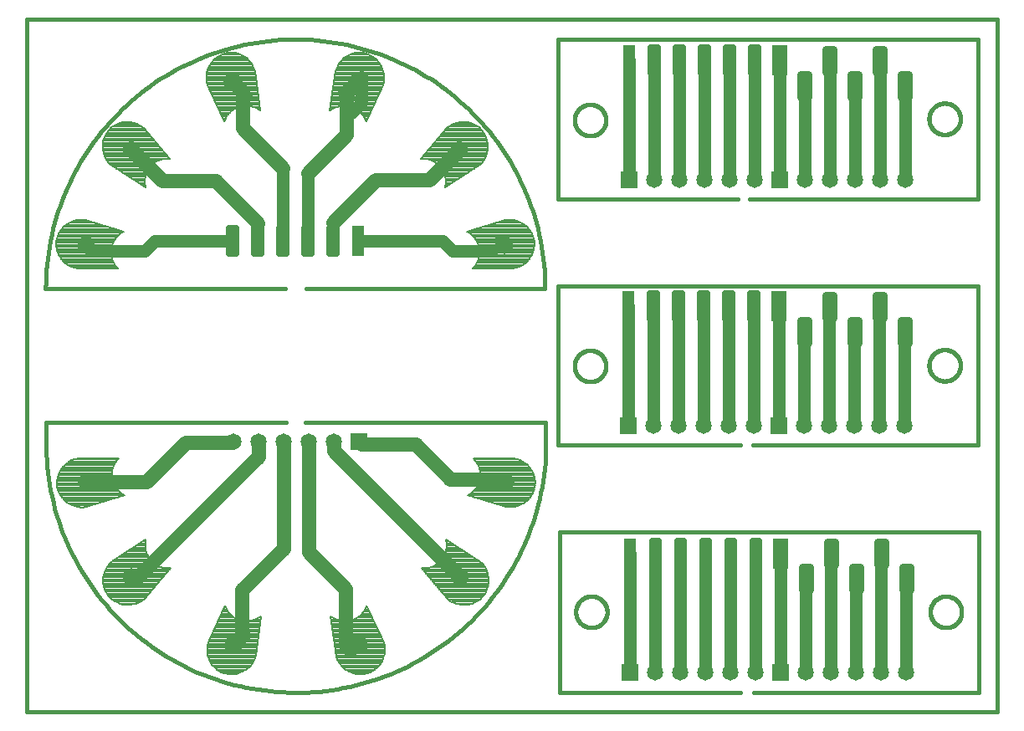
<source format=gtl>
G75*
%MOIN*%
%OFA0B0*%
%FSLAX25Y25*%
%IPPOS*%
%LPD*%
%AMOC8*
5,1,8,0,0,1.08239X$1,22.5*
%
%ADD10C,0.01600*%
%ADD11C,0.07124*%
%ADD12C,0.00800*%
%ADD13R,0.06500X0.06500*%
%ADD14C,0.06500*%
%ADD15R,0.05000X0.12480*%
%ADD16C,0.02500*%
%ADD17C,0.03000*%
%ADD18R,0.06000X0.12000*%
%ADD19C,0.05600*%
%ADD20C,0.05000*%
D10*
X0001800Y0025623D02*
X0001800Y0301463D01*
X0388760Y0301463D01*
X0388760Y0025623D01*
X0001800Y0025623D01*
X0009689Y0138093D02*
X0009592Y0135653D01*
X0009554Y0133211D01*
X0009575Y0130769D01*
X0009657Y0128328D01*
X0009799Y0125890D01*
X0010000Y0123456D01*
X0010261Y0121028D01*
X0010581Y0118607D01*
X0010961Y0116195D01*
X0011399Y0113792D01*
X0011896Y0111401D01*
X0012452Y0109023D01*
X0013066Y0106659D01*
X0013738Y0104311D01*
X0014467Y0101981D01*
X0015253Y0099668D01*
X0016095Y0097376D01*
X0016994Y0095105D01*
X0017947Y0092857D01*
X0018956Y0090633D01*
X0020019Y0088434D01*
X0021135Y0086262D01*
X0022304Y0084118D01*
X0023526Y0082003D01*
X0024799Y0079919D01*
X0026123Y0077867D01*
X0027496Y0075848D01*
X0028919Y0073863D01*
X0030390Y0071913D01*
X0031908Y0070000D01*
X0033473Y0068125D01*
X0035083Y0066289D01*
X0036738Y0064493D01*
X0038436Y0062738D01*
X0040177Y0061025D01*
X0041959Y0059356D01*
X0043782Y0057730D01*
X0045644Y0056150D01*
X0047544Y0054616D01*
X0049481Y0053129D01*
X0051454Y0051690D01*
X0053462Y0050299D01*
X0055503Y0048958D01*
X0057576Y0047668D01*
X0059681Y0046429D01*
X0061815Y0045242D01*
X0063977Y0044107D01*
X0066167Y0043026D01*
X0068383Y0041999D01*
X0070623Y0041027D01*
X0072886Y0040110D01*
X0075172Y0039248D01*
X0077477Y0038443D01*
X0079802Y0037694D01*
X0082144Y0037003D01*
X0084503Y0036370D01*
X0086876Y0035794D01*
X0089263Y0035277D01*
X0091661Y0034818D01*
X0094071Y0034418D01*
X0096489Y0034078D01*
X0098915Y0033797D01*
X0101347Y0033575D01*
X0103784Y0033414D01*
X0106224Y0033311D01*
X0108665Y0033269D01*
X0111108Y0033287D01*
X0113548Y0033364D01*
X0115987Y0033502D01*
X0118421Y0033699D01*
X0120850Y0033956D01*
X0123271Y0034272D01*
X0125684Y0034647D01*
X0128087Y0035082D01*
X0130479Y0035575D01*
X0132858Y0036127D01*
X0135223Y0036736D01*
X0137572Y0037404D01*
X0139904Y0038129D01*
X0142218Y0038911D01*
X0144511Y0039750D01*
X0146784Y0040644D01*
X0149034Y0041594D01*
X0151260Y0042599D01*
X0153460Y0043658D01*
X0155634Y0044770D01*
X0157780Y0045936D01*
X0159897Y0047154D01*
X0161983Y0048423D01*
X0164038Y0049744D01*
X0166059Y0051114D01*
X0168047Y0052533D01*
X0169999Y0054001D01*
X0171914Y0055515D01*
X0173792Y0057077D01*
X0175631Y0058684D01*
X0177430Y0060336D01*
X0179188Y0062031D01*
X0180903Y0063769D01*
X0182576Y0065548D01*
X0184205Y0067368D01*
X0185788Y0069227D01*
X0187325Y0071125D01*
X0188816Y0073059D01*
X0190258Y0075030D01*
X0191652Y0077035D01*
X0192997Y0079074D01*
X0194290Y0081145D01*
X0195533Y0083248D01*
X0196724Y0085380D01*
X0197862Y0087540D01*
X0198947Y0089728D01*
X0199978Y0091942D01*
X0200954Y0094181D01*
X0201875Y0096443D01*
X0202741Y0098726D01*
X0203550Y0101030D01*
X0204302Y0103354D01*
X0204997Y0105695D01*
X0205635Y0108052D01*
X0206215Y0110425D01*
X0206736Y0112811D01*
X0207199Y0115208D01*
X0207603Y0117617D01*
X0207947Y0120035D01*
X0208232Y0122460D01*
X0208458Y0124892D01*
X0208624Y0127328D01*
X0208730Y0129768D01*
X0208777Y0132210D01*
X0208763Y0134652D01*
X0208690Y0137093D01*
X0208690Y0134843D02*
X0208690Y0140843D01*
X0208440Y0140843D02*
X0112940Y0140843D01*
X0105440Y0140843D02*
X0009940Y0140843D01*
X0009690Y0140843D02*
X0009690Y0138093D01*
X0009440Y0194093D02*
X0104940Y0194093D01*
X0009440Y0194093D02*
X0009470Y0196516D01*
X0009558Y0198937D01*
X0009705Y0201356D01*
X0009912Y0203770D01*
X0010177Y0206179D01*
X0010500Y0208580D01*
X0010882Y0210973D01*
X0011322Y0213356D01*
X0011820Y0215727D01*
X0012376Y0218086D01*
X0012989Y0220430D01*
X0013659Y0222759D01*
X0014385Y0225071D01*
X0015167Y0227364D01*
X0016005Y0229637D01*
X0016898Y0231890D01*
X0017846Y0234120D01*
X0018848Y0236326D01*
X0019903Y0238508D01*
X0021011Y0240663D01*
X0022171Y0242790D01*
X0023383Y0244889D01*
X0024645Y0246957D01*
X0025957Y0248994D01*
X0027319Y0250998D01*
X0028729Y0252969D01*
X0030186Y0254905D01*
X0031690Y0256804D01*
X0033240Y0258667D01*
X0034835Y0260491D01*
X0036474Y0262276D01*
X0038156Y0264020D01*
X0039880Y0265723D01*
X0041644Y0267384D01*
X0043449Y0269001D01*
X0045293Y0270573D01*
X0047174Y0272101D01*
X0049092Y0273582D01*
X0051045Y0275015D01*
X0053033Y0276401D01*
X0055054Y0277738D01*
X0057106Y0279026D01*
X0059190Y0280263D01*
X0061303Y0281448D01*
X0063444Y0282583D01*
X0065613Y0283664D01*
X0067807Y0284693D01*
X0070025Y0285667D01*
X0072267Y0286588D01*
X0074530Y0287454D01*
X0076813Y0288264D01*
X0079116Y0289018D01*
X0081436Y0289716D01*
X0083773Y0290358D01*
X0086125Y0290942D01*
X0088490Y0291469D01*
X0090867Y0291938D01*
X0093255Y0292349D01*
X0095652Y0292702D01*
X0098058Y0292996D01*
X0100469Y0293232D01*
X0102886Y0293409D01*
X0105306Y0293527D01*
X0107728Y0293586D01*
X0110152Y0293586D01*
X0112574Y0293527D01*
X0114994Y0293409D01*
X0117411Y0293232D01*
X0119822Y0292996D01*
X0122228Y0292702D01*
X0124625Y0292349D01*
X0127013Y0291938D01*
X0129390Y0291469D01*
X0131755Y0290942D01*
X0134107Y0290358D01*
X0136444Y0289716D01*
X0138764Y0289018D01*
X0141067Y0288264D01*
X0143350Y0287454D01*
X0145613Y0286588D01*
X0147855Y0285667D01*
X0150073Y0284693D01*
X0152267Y0283664D01*
X0154436Y0282583D01*
X0156577Y0281448D01*
X0158690Y0280263D01*
X0160774Y0279026D01*
X0162826Y0277738D01*
X0164847Y0276401D01*
X0166835Y0275015D01*
X0168788Y0273582D01*
X0170706Y0272101D01*
X0172587Y0270573D01*
X0174431Y0269001D01*
X0176236Y0267384D01*
X0178000Y0265723D01*
X0179724Y0264020D01*
X0181406Y0262276D01*
X0183045Y0260491D01*
X0184640Y0258667D01*
X0186190Y0256804D01*
X0187694Y0254905D01*
X0189151Y0252969D01*
X0190561Y0250998D01*
X0191923Y0248994D01*
X0193235Y0246957D01*
X0194497Y0244889D01*
X0195709Y0242790D01*
X0196869Y0240663D01*
X0197977Y0238508D01*
X0199032Y0236326D01*
X0200034Y0234120D01*
X0200982Y0231890D01*
X0201875Y0229637D01*
X0202713Y0227364D01*
X0203495Y0225071D01*
X0204221Y0222759D01*
X0204891Y0220430D01*
X0205504Y0218086D01*
X0206060Y0215727D01*
X0206558Y0213356D01*
X0206998Y0210973D01*
X0207380Y0208580D01*
X0207703Y0206179D01*
X0207968Y0203770D01*
X0208175Y0201356D01*
X0208322Y0198937D01*
X0208410Y0196516D01*
X0208440Y0194093D01*
X0113190Y0194093D01*
X0213690Y0195343D02*
X0213690Y0131843D01*
X0286190Y0131843D01*
X0291440Y0131843D02*
X0380940Y0131843D01*
X0380940Y0195343D01*
X0213690Y0195343D01*
X0220190Y0163343D02*
X0220192Y0163501D01*
X0220198Y0163658D01*
X0220208Y0163816D01*
X0220222Y0163973D01*
X0220240Y0164129D01*
X0220261Y0164286D01*
X0220287Y0164441D01*
X0220317Y0164596D01*
X0220350Y0164750D01*
X0220388Y0164903D01*
X0220429Y0165056D01*
X0220474Y0165207D01*
X0220523Y0165357D01*
X0220576Y0165505D01*
X0220632Y0165653D01*
X0220693Y0165798D01*
X0220756Y0165943D01*
X0220824Y0166085D01*
X0220895Y0166226D01*
X0220969Y0166365D01*
X0221047Y0166502D01*
X0221129Y0166637D01*
X0221213Y0166770D01*
X0221302Y0166901D01*
X0221393Y0167029D01*
X0221488Y0167156D01*
X0221585Y0167279D01*
X0221686Y0167401D01*
X0221790Y0167519D01*
X0221897Y0167635D01*
X0222007Y0167748D01*
X0222119Y0167859D01*
X0222235Y0167966D01*
X0222353Y0168071D01*
X0222473Y0168173D01*
X0222596Y0168271D01*
X0222722Y0168367D01*
X0222850Y0168459D01*
X0222980Y0168548D01*
X0223112Y0168634D01*
X0223247Y0168716D01*
X0223384Y0168795D01*
X0223522Y0168870D01*
X0223662Y0168942D01*
X0223805Y0169010D01*
X0223948Y0169075D01*
X0224094Y0169136D01*
X0224241Y0169193D01*
X0224389Y0169247D01*
X0224539Y0169297D01*
X0224689Y0169343D01*
X0224841Y0169385D01*
X0224994Y0169424D01*
X0225148Y0169458D01*
X0225303Y0169489D01*
X0225458Y0169515D01*
X0225614Y0169538D01*
X0225771Y0169557D01*
X0225928Y0169572D01*
X0226085Y0169583D01*
X0226243Y0169590D01*
X0226401Y0169593D01*
X0226558Y0169592D01*
X0226716Y0169587D01*
X0226873Y0169578D01*
X0227031Y0169565D01*
X0227187Y0169548D01*
X0227344Y0169527D01*
X0227499Y0169503D01*
X0227654Y0169474D01*
X0227809Y0169441D01*
X0227962Y0169405D01*
X0228115Y0169364D01*
X0228266Y0169320D01*
X0228416Y0169272D01*
X0228565Y0169221D01*
X0228713Y0169165D01*
X0228859Y0169106D01*
X0229004Y0169043D01*
X0229147Y0168976D01*
X0229288Y0168906D01*
X0229427Y0168833D01*
X0229565Y0168756D01*
X0229701Y0168675D01*
X0229834Y0168591D01*
X0229965Y0168504D01*
X0230094Y0168413D01*
X0230221Y0168319D01*
X0230346Y0168222D01*
X0230467Y0168122D01*
X0230587Y0168019D01*
X0230703Y0167913D01*
X0230817Y0167804D01*
X0230929Y0167692D01*
X0231037Y0167578D01*
X0231142Y0167460D01*
X0231245Y0167340D01*
X0231344Y0167218D01*
X0231440Y0167093D01*
X0231533Y0166965D01*
X0231623Y0166836D01*
X0231709Y0166704D01*
X0231793Y0166570D01*
X0231872Y0166434D01*
X0231949Y0166296D01*
X0232021Y0166156D01*
X0232090Y0166014D01*
X0232156Y0165871D01*
X0232218Y0165726D01*
X0232276Y0165579D01*
X0232331Y0165431D01*
X0232382Y0165282D01*
X0232429Y0165131D01*
X0232472Y0164980D01*
X0232511Y0164827D01*
X0232547Y0164673D01*
X0232578Y0164519D01*
X0232606Y0164364D01*
X0232630Y0164208D01*
X0232650Y0164051D01*
X0232666Y0163894D01*
X0232678Y0163737D01*
X0232686Y0163580D01*
X0232690Y0163422D01*
X0232690Y0163264D01*
X0232686Y0163106D01*
X0232678Y0162949D01*
X0232666Y0162792D01*
X0232650Y0162635D01*
X0232630Y0162478D01*
X0232606Y0162322D01*
X0232578Y0162167D01*
X0232547Y0162013D01*
X0232511Y0161859D01*
X0232472Y0161706D01*
X0232429Y0161555D01*
X0232382Y0161404D01*
X0232331Y0161255D01*
X0232276Y0161107D01*
X0232218Y0160960D01*
X0232156Y0160815D01*
X0232090Y0160672D01*
X0232021Y0160530D01*
X0231949Y0160390D01*
X0231872Y0160252D01*
X0231793Y0160116D01*
X0231709Y0159982D01*
X0231623Y0159850D01*
X0231533Y0159721D01*
X0231440Y0159593D01*
X0231344Y0159468D01*
X0231245Y0159346D01*
X0231142Y0159226D01*
X0231037Y0159108D01*
X0230929Y0158994D01*
X0230817Y0158882D01*
X0230703Y0158773D01*
X0230587Y0158667D01*
X0230467Y0158564D01*
X0230346Y0158464D01*
X0230221Y0158367D01*
X0230094Y0158273D01*
X0229965Y0158182D01*
X0229834Y0158095D01*
X0229701Y0158011D01*
X0229565Y0157930D01*
X0229427Y0157853D01*
X0229288Y0157780D01*
X0229147Y0157710D01*
X0229004Y0157643D01*
X0228859Y0157580D01*
X0228713Y0157521D01*
X0228565Y0157465D01*
X0228416Y0157414D01*
X0228266Y0157366D01*
X0228115Y0157322D01*
X0227962Y0157281D01*
X0227809Y0157245D01*
X0227654Y0157212D01*
X0227499Y0157183D01*
X0227344Y0157159D01*
X0227187Y0157138D01*
X0227031Y0157121D01*
X0226873Y0157108D01*
X0226716Y0157099D01*
X0226558Y0157094D01*
X0226401Y0157093D01*
X0226243Y0157096D01*
X0226085Y0157103D01*
X0225928Y0157114D01*
X0225771Y0157129D01*
X0225614Y0157148D01*
X0225458Y0157171D01*
X0225303Y0157197D01*
X0225148Y0157228D01*
X0224994Y0157262D01*
X0224841Y0157301D01*
X0224689Y0157343D01*
X0224539Y0157389D01*
X0224389Y0157439D01*
X0224241Y0157493D01*
X0224094Y0157550D01*
X0223948Y0157611D01*
X0223805Y0157676D01*
X0223662Y0157744D01*
X0223522Y0157816D01*
X0223384Y0157891D01*
X0223247Y0157970D01*
X0223112Y0158052D01*
X0222980Y0158138D01*
X0222850Y0158227D01*
X0222722Y0158319D01*
X0222596Y0158415D01*
X0222473Y0158513D01*
X0222353Y0158615D01*
X0222235Y0158720D01*
X0222119Y0158827D01*
X0222007Y0158938D01*
X0221897Y0159051D01*
X0221790Y0159167D01*
X0221686Y0159285D01*
X0221585Y0159407D01*
X0221488Y0159530D01*
X0221393Y0159657D01*
X0221302Y0159785D01*
X0221213Y0159916D01*
X0221129Y0160049D01*
X0221047Y0160184D01*
X0220969Y0160321D01*
X0220895Y0160460D01*
X0220824Y0160601D01*
X0220756Y0160743D01*
X0220693Y0160888D01*
X0220632Y0161033D01*
X0220576Y0161181D01*
X0220523Y0161329D01*
X0220474Y0161479D01*
X0220429Y0161630D01*
X0220388Y0161783D01*
X0220350Y0161936D01*
X0220317Y0162090D01*
X0220287Y0162245D01*
X0220261Y0162400D01*
X0220240Y0162557D01*
X0220222Y0162713D01*
X0220208Y0162870D01*
X0220198Y0163028D01*
X0220192Y0163185D01*
X0220190Y0163343D01*
X0214440Y0097093D02*
X0381440Y0097093D01*
X0381440Y0033343D01*
X0291690Y0033343D01*
X0286190Y0033343D02*
X0214190Y0033343D01*
X0214190Y0096843D01*
X0220690Y0065343D02*
X0220692Y0065501D01*
X0220698Y0065658D01*
X0220708Y0065816D01*
X0220722Y0065973D01*
X0220740Y0066129D01*
X0220761Y0066286D01*
X0220787Y0066441D01*
X0220817Y0066596D01*
X0220850Y0066750D01*
X0220888Y0066903D01*
X0220929Y0067056D01*
X0220974Y0067207D01*
X0221023Y0067357D01*
X0221076Y0067505D01*
X0221132Y0067653D01*
X0221193Y0067798D01*
X0221256Y0067943D01*
X0221324Y0068085D01*
X0221395Y0068226D01*
X0221469Y0068365D01*
X0221547Y0068502D01*
X0221629Y0068637D01*
X0221713Y0068770D01*
X0221802Y0068901D01*
X0221893Y0069029D01*
X0221988Y0069156D01*
X0222085Y0069279D01*
X0222186Y0069401D01*
X0222290Y0069519D01*
X0222397Y0069635D01*
X0222507Y0069748D01*
X0222619Y0069859D01*
X0222735Y0069966D01*
X0222853Y0070071D01*
X0222973Y0070173D01*
X0223096Y0070271D01*
X0223222Y0070367D01*
X0223350Y0070459D01*
X0223480Y0070548D01*
X0223612Y0070634D01*
X0223747Y0070716D01*
X0223884Y0070795D01*
X0224022Y0070870D01*
X0224162Y0070942D01*
X0224305Y0071010D01*
X0224448Y0071075D01*
X0224594Y0071136D01*
X0224741Y0071193D01*
X0224889Y0071247D01*
X0225039Y0071297D01*
X0225189Y0071343D01*
X0225341Y0071385D01*
X0225494Y0071424D01*
X0225648Y0071458D01*
X0225803Y0071489D01*
X0225958Y0071515D01*
X0226114Y0071538D01*
X0226271Y0071557D01*
X0226428Y0071572D01*
X0226585Y0071583D01*
X0226743Y0071590D01*
X0226901Y0071593D01*
X0227058Y0071592D01*
X0227216Y0071587D01*
X0227373Y0071578D01*
X0227531Y0071565D01*
X0227687Y0071548D01*
X0227844Y0071527D01*
X0227999Y0071503D01*
X0228154Y0071474D01*
X0228309Y0071441D01*
X0228462Y0071405D01*
X0228615Y0071364D01*
X0228766Y0071320D01*
X0228916Y0071272D01*
X0229065Y0071221D01*
X0229213Y0071165D01*
X0229359Y0071106D01*
X0229504Y0071043D01*
X0229647Y0070976D01*
X0229788Y0070906D01*
X0229927Y0070833D01*
X0230065Y0070756D01*
X0230201Y0070675D01*
X0230334Y0070591D01*
X0230465Y0070504D01*
X0230594Y0070413D01*
X0230721Y0070319D01*
X0230846Y0070222D01*
X0230967Y0070122D01*
X0231087Y0070019D01*
X0231203Y0069913D01*
X0231317Y0069804D01*
X0231429Y0069692D01*
X0231537Y0069578D01*
X0231642Y0069460D01*
X0231745Y0069340D01*
X0231844Y0069218D01*
X0231940Y0069093D01*
X0232033Y0068965D01*
X0232123Y0068836D01*
X0232209Y0068704D01*
X0232293Y0068570D01*
X0232372Y0068434D01*
X0232449Y0068296D01*
X0232521Y0068156D01*
X0232590Y0068014D01*
X0232656Y0067871D01*
X0232718Y0067726D01*
X0232776Y0067579D01*
X0232831Y0067431D01*
X0232882Y0067282D01*
X0232929Y0067131D01*
X0232972Y0066980D01*
X0233011Y0066827D01*
X0233047Y0066673D01*
X0233078Y0066519D01*
X0233106Y0066364D01*
X0233130Y0066208D01*
X0233150Y0066051D01*
X0233166Y0065894D01*
X0233178Y0065737D01*
X0233186Y0065580D01*
X0233190Y0065422D01*
X0233190Y0065264D01*
X0233186Y0065106D01*
X0233178Y0064949D01*
X0233166Y0064792D01*
X0233150Y0064635D01*
X0233130Y0064478D01*
X0233106Y0064322D01*
X0233078Y0064167D01*
X0233047Y0064013D01*
X0233011Y0063859D01*
X0232972Y0063706D01*
X0232929Y0063555D01*
X0232882Y0063404D01*
X0232831Y0063255D01*
X0232776Y0063107D01*
X0232718Y0062960D01*
X0232656Y0062815D01*
X0232590Y0062672D01*
X0232521Y0062530D01*
X0232449Y0062390D01*
X0232372Y0062252D01*
X0232293Y0062116D01*
X0232209Y0061982D01*
X0232123Y0061850D01*
X0232033Y0061721D01*
X0231940Y0061593D01*
X0231844Y0061468D01*
X0231745Y0061346D01*
X0231642Y0061226D01*
X0231537Y0061108D01*
X0231429Y0060994D01*
X0231317Y0060882D01*
X0231203Y0060773D01*
X0231087Y0060667D01*
X0230967Y0060564D01*
X0230846Y0060464D01*
X0230721Y0060367D01*
X0230594Y0060273D01*
X0230465Y0060182D01*
X0230334Y0060095D01*
X0230201Y0060011D01*
X0230065Y0059930D01*
X0229927Y0059853D01*
X0229788Y0059780D01*
X0229647Y0059710D01*
X0229504Y0059643D01*
X0229359Y0059580D01*
X0229213Y0059521D01*
X0229065Y0059465D01*
X0228916Y0059414D01*
X0228766Y0059366D01*
X0228615Y0059322D01*
X0228462Y0059281D01*
X0228309Y0059245D01*
X0228154Y0059212D01*
X0227999Y0059183D01*
X0227844Y0059159D01*
X0227687Y0059138D01*
X0227531Y0059121D01*
X0227373Y0059108D01*
X0227216Y0059099D01*
X0227058Y0059094D01*
X0226901Y0059093D01*
X0226743Y0059096D01*
X0226585Y0059103D01*
X0226428Y0059114D01*
X0226271Y0059129D01*
X0226114Y0059148D01*
X0225958Y0059171D01*
X0225803Y0059197D01*
X0225648Y0059228D01*
X0225494Y0059262D01*
X0225341Y0059301D01*
X0225189Y0059343D01*
X0225039Y0059389D01*
X0224889Y0059439D01*
X0224741Y0059493D01*
X0224594Y0059550D01*
X0224448Y0059611D01*
X0224305Y0059676D01*
X0224162Y0059744D01*
X0224022Y0059816D01*
X0223884Y0059891D01*
X0223747Y0059970D01*
X0223612Y0060052D01*
X0223480Y0060138D01*
X0223350Y0060227D01*
X0223222Y0060319D01*
X0223096Y0060415D01*
X0222973Y0060513D01*
X0222853Y0060615D01*
X0222735Y0060720D01*
X0222619Y0060827D01*
X0222507Y0060938D01*
X0222397Y0061051D01*
X0222290Y0061167D01*
X0222186Y0061285D01*
X0222085Y0061407D01*
X0221988Y0061530D01*
X0221893Y0061657D01*
X0221802Y0061785D01*
X0221713Y0061916D01*
X0221629Y0062049D01*
X0221547Y0062184D01*
X0221469Y0062321D01*
X0221395Y0062460D01*
X0221324Y0062601D01*
X0221256Y0062743D01*
X0221193Y0062888D01*
X0221132Y0063033D01*
X0221076Y0063181D01*
X0221023Y0063329D01*
X0220974Y0063479D01*
X0220929Y0063630D01*
X0220888Y0063783D01*
X0220850Y0063936D01*
X0220817Y0064090D01*
X0220787Y0064245D01*
X0220761Y0064400D01*
X0220740Y0064557D01*
X0220722Y0064713D01*
X0220708Y0064870D01*
X0220698Y0065028D01*
X0220692Y0065185D01*
X0220690Y0065343D01*
X0361940Y0065343D02*
X0361942Y0065501D01*
X0361948Y0065658D01*
X0361958Y0065816D01*
X0361972Y0065973D01*
X0361990Y0066129D01*
X0362011Y0066286D01*
X0362037Y0066441D01*
X0362067Y0066596D01*
X0362100Y0066750D01*
X0362138Y0066903D01*
X0362179Y0067056D01*
X0362224Y0067207D01*
X0362273Y0067357D01*
X0362326Y0067505D01*
X0362382Y0067653D01*
X0362443Y0067798D01*
X0362506Y0067943D01*
X0362574Y0068085D01*
X0362645Y0068226D01*
X0362719Y0068365D01*
X0362797Y0068502D01*
X0362879Y0068637D01*
X0362963Y0068770D01*
X0363052Y0068901D01*
X0363143Y0069029D01*
X0363238Y0069156D01*
X0363335Y0069279D01*
X0363436Y0069401D01*
X0363540Y0069519D01*
X0363647Y0069635D01*
X0363757Y0069748D01*
X0363869Y0069859D01*
X0363985Y0069966D01*
X0364103Y0070071D01*
X0364223Y0070173D01*
X0364346Y0070271D01*
X0364472Y0070367D01*
X0364600Y0070459D01*
X0364730Y0070548D01*
X0364862Y0070634D01*
X0364997Y0070716D01*
X0365134Y0070795D01*
X0365272Y0070870D01*
X0365412Y0070942D01*
X0365555Y0071010D01*
X0365698Y0071075D01*
X0365844Y0071136D01*
X0365991Y0071193D01*
X0366139Y0071247D01*
X0366289Y0071297D01*
X0366439Y0071343D01*
X0366591Y0071385D01*
X0366744Y0071424D01*
X0366898Y0071458D01*
X0367053Y0071489D01*
X0367208Y0071515D01*
X0367364Y0071538D01*
X0367521Y0071557D01*
X0367678Y0071572D01*
X0367835Y0071583D01*
X0367993Y0071590D01*
X0368151Y0071593D01*
X0368308Y0071592D01*
X0368466Y0071587D01*
X0368623Y0071578D01*
X0368781Y0071565D01*
X0368937Y0071548D01*
X0369094Y0071527D01*
X0369249Y0071503D01*
X0369404Y0071474D01*
X0369559Y0071441D01*
X0369712Y0071405D01*
X0369865Y0071364D01*
X0370016Y0071320D01*
X0370166Y0071272D01*
X0370315Y0071221D01*
X0370463Y0071165D01*
X0370609Y0071106D01*
X0370754Y0071043D01*
X0370897Y0070976D01*
X0371038Y0070906D01*
X0371177Y0070833D01*
X0371315Y0070756D01*
X0371451Y0070675D01*
X0371584Y0070591D01*
X0371715Y0070504D01*
X0371844Y0070413D01*
X0371971Y0070319D01*
X0372096Y0070222D01*
X0372217Y0070122D01*
X0372337Y0070019D01*
X0372453Y0069913D01*
X0372567Y0069804D01*
X0372679Y0069692D01*
X0372787Y0069578D01*
X0372892Y0069460D01*
X0372995Y0069340D01*
X0373094Y0069218D01*
X0373190Y0069093D01*
X0373283Y0068965D01*
X0373373Y0068836D01*
X0373459Y0068704D01*
X0373543Y0068570D01*
X0373622Y0068434D01*
X0373699Y0068296D01*
X0373771Y0068156D01*
X0373840Y0068014D01*
X0373906Y0067871D01*
X0373968Y0067726D01*
X0374026Y0067579D01*
X0374081Y0067431D01*
X0374132Y0067282D01*
X0374179Y0067131D01*
X0374222Y0066980D01*
X0374261Y0066827D01*
X0374297Y0066673D01*
X0374328Y0066519D01*
X0374356Y0066364D01*
X0374380Y0066208D01*
X0374400Y0066051D01*
X0374416Y0065894D01*
X0374428Y0065737D01*
X0374436Y0065580D01*
X0374440Y0065422D01*
X0374440Y0065264D01*
X0374436Y0065106D01*
X0374428Y0064949D01*
X0374416Y0064792D01*
X0374400Y0064635D01*
X0374380Y0064478D01*
X0374356Y0064322D01*
X0374328Y0064167D01*
X0374297Y0064013D01*
X0374261Y0063859D01*
X0374222Y0063706D01*
X0374179Y0063555D01*
X0374132Y0063404D01*
X0374081Y0063255D01*
X0374026Y0063107D01*
X0373968Y0062960D01*
X0373906Y0062815D01*
X0373840Y0062672D01*
X0373771Y0062530D01*
X0373699Y0062390D01*
X0373622Y0062252D01*
X0373543Y0062116D01*
X0373459Y0061982D01*
X0373373Y0061850D01*
X0373283Y0061721D01*
X0373190Y0061593D01*
X0373094Y0061468D01*
X0372995Y0061346D01*
X0372892Y0061226D01*
X0372787Y0061108D01*
X0372679Y0060994D01*
X0372567Y0060882D01*
X0372453Y0060773D01*
X0372337Y0060667D01*
X0372217Y0060564D01*
X0372096Y0060464D01*
X0371971Y0060367D01*
X0371844Y0060273D01*
X0371715Y0060182D01*
X0371584Y0060095D01*
X0371451Y0060011D01*
X0371315Y0059930D01*
X0371177Y0059853D01*
X0371038Y0059780D01*
X0370897Y0059710D01*
X0370754Y0059643D01*
X0370609Y0059580D01*
X0370463Y0059521D01*
X0370315Y0059465D01*
X0370166Y0059414D01*
X0370016Y0059366D01*
X0369865Y0059322D01*
X0369712Y0059281D01*
X0369559Y0059245D01*
X0369404Y0059212D01*
X0369249Y0059183D01*
X0369094Y0059159D01*
X0368937Y0059138D01*
X0368781Y0059121D01*
X0368623Y0059108D01*
X0368466Y0059099D01*
X0368308Y0059094D01*
X0368151Y0059093D01*
X0367993Y0059096D01*
X0367835Y0059103D01*
X0367678Y0059114D01*
X0367521Y0059129D01*
X0367364Y0059148D01*
X0367208Y0059171D01*
X0367053Y0059197D01*
X0366898Y0059228D01*
X0366744Y0059262D01*
X0366591Y0059301D01*
X0366439Y0059343D01*
X0366289Y0059389D01*
X0366139Y0059439D01*
X0365991Y0059493D01*
X0365844Y0059550D01*
X0365698Y0059611D01*
X0365555Y0059676D01*
X0365412Y0059744D01*
X0365272Y0059816D01*
X0365134Y0059891D01*
X0364997Y0059970D01*
X0364862Y0060052D01*
X0364730Y0060138D01*
X0364600Y0060227D01*
X0364472Y0060319D01*
X0364346Y0060415D01*
X0364223Y0060513D01*
X0364103Y0060615D01*
X0363985Y0060720D01*
X0363869Y0060827D01*
X0363757Y0060938D01*
X0363647Y0061051D01*
X0363540Y0061167D01*
X0363436Y0061285D01*
X0363335Y0061407D01*
X0363238Y0061530D01*
X0363143Y0061657D01*
X0363052Y0061785D01*
X0362963Y0061916D01*
X0362879Y0062049D01*
X0362797Y0062184D01*
X0362719Y0062321D01*
X0362645Y0062460D01*
X0362574Y0062601D01*
X0362506Y0062743D01*
X0362443Y0062888D01*
X0362382Y0063033D01*
X0362326Y0063181D01*
X0362273Y0063329D01*
X0362224Y0063479D01*
X0362179Y0063630D01*
X0362138Y0063783D01*
X0362100Y0063936D01*
X0362067Y0064090D01*
X0362037Y0064245D01*
X0362011Y0064400D01*
X0361990Y0064557D01*
X0361972Y0064713D01*
X0361958Y0064870D01*
X0361948Y0065028D01*
X0361942Y0065185D01*
X0361940Y0065343D01*
X0361440Y0163593D02*
X0361442Y0163751D01*
X0361448Y0163908D01*
X0361458Y0164066D01*
X0361472Y0164223D01*
X0361490Y0164379D01*
X0361511Y0164536D01*
X0361537Y0164691D01*
X0361567Y0164846D01*
X0361600Y0165000D01*
X0361638Y0165153D01*
X0361679Y0165306D01*
X0361724Y0165457D01*
X0361773Y0165607D01*
X0361826Y0165755D01*
X0361882Y0165903D01*
X0361943Y0166048D01*
X0362006Y0166193D01*
X0362074Y0166335D01*
X0362145Y0166476D01*
X0362219Y0166615D01*
X0362297Y0166752D01*
X0362379Y0166887D01*
X0362463Y0167020D01*
X0362552Y0167151D01*
X0362643Y0167279D01*
X0362738Y0167406D01*
X0362835Y0167529D01*
X0362936Y0167651D01*
X0363040Y0167769D01*
X0363147Y0167885D01*
X0363257Y0167998D01*
X0363369Y0168109D01*
X0363485Y0168216D01*
X0363603Y0168321D01*
X0363723Y0168423D01*
X0363846Y0168521D01*
X0363972Y0168617D01*
X0364100Y0168709D01*
X0364230Y0168798D01*
X0364362Y0168884D01*
X0364497Y0168966D01*
X0364634Y0169045D01*
X0364772Y0169120D01*
X0364912Y0169192D01*
X0365055Y0169260D01*
X0365198Y0169325D01*
X0365344Y0169386D01*
X0365491Y0169443D01*
X0365639Y0169497D01*
X0365789Y0169547D01*
X0365939Y0169593D01*
X0366091Y0169635D01*
X0366244Y0169674D01*
X0366398Y0169708D01*
X0366553Y0169739D01*
X0366708Y0169765D01*
X0366864Y0169788D01*
X0367021Y0169807D01*
X0367178Y0169822D01*
X0367335Y0169833D01*
X0367493Y0169840D01*
X0367651Y0169843D01*
X0367808Y0169842D01*
X0367966Y0169837D01*
X0368123Y0169828D01*
X0368281Y0169815D01*
X0368437Y0169798D01*
X0368594Y0169777D01*
X0368749Y0169753D01*
X0368904Y0169724D01*
X0369059Y0169691D01*
X0369212Y0169655D01*
X0369365Y0169614D01*
X0369516Y0169570D01*
X0369666Y0169522D01*
X0369815Y0169471D01*
X0369963Y0169415D01*
X0370109Y0169356D01*
X0370254Y0169293D01*
X0370397Y0169226D01*
X0370538Y0169156D01*
X0370677Y0169083D01*
X0370815Y0169006D01*
X0370951Y0168925D01*
X0371084Y0168841D01*
X0371215Y0168754D01*
X0371344Y0168663D01*
X0371471Y0168569D01*
X0371596Y0168472D01*
X0371717Y0168372D01*
X0371837Y0168269D01*
X0371953Y0168163D01*
X0372067Y0168054D01*
X0372179Y0167942D01*
X0372287Y0167828D01*
X0372392Y0167710D01*
X0372495Y0167590D01*
X0372594Y0167468D01*
X0372690Y0167343D01*
X0372783Y0167215D01*
X0372873Y0167086D01*
X0372959Y0166954D01*
X0373043Y0166820D01*
X0373122Y0166684D01*
X0373199Y0166546D01*
X0373271Y0166406D01*
X0373340Y0166264D01*
X0373406Y0166121D01*
X0373468Y0165976D01*
X0373526Y0165829D01*
X0373581Y0165681D01*
X0373632Y0165532D01*
X0373679Y0165381D01*
X0373722Y0165230D01*
X0373761Y0165077D01*
X0373797Y0164923D01*
X0373828Y0164769D01*
X0373856Y0164614D01*
X0373880Y0164458D01*
X0373900Y0164301D01*
X0373916Y0164144D01*
X0373928Y0163987D01*
X0373936Y0163830D01*
X0373940Y0163672D01*
X0373940Y0163514D01*
X0373936Y0163356D01*
X0373928Y0163199D01*
X0373916Y0163042D01*
X0373900Y0162885D01*
X0373880Y0162728D01*
X0373856Y0162572D01*
X0373828Y0162417D01*
X0373797Y0162263D01*
X0373761Y0162109D01*
X0373722Y0161956D01*
X0373679Y0161805D01*
X0373632Y0161654D01*
X0373581Y0161505D01*
X0373526Y0161357D01*
X0373468Y0161210D01*
X0373406Y0161065D01*
X0373340Y0160922D01*
X0373271Y0160780D01*
X0373199Y0160640D01*
X0373122Y0160502D01*
X0373043Y0160366D01*
X0372959Y0160232D01*
X0372873Y0160100D01*
X0372783Y0159971D01*
X0372690Y0159843D01*
X0372594Y0159718D01*
X0372495Y0159596D01*
X0372392Y0159476D01*
X0372287Y0159358D01*
X0372179Y0159244D01*
X0372067Y0159132D01*
X0371953Y0159023D01*
X0371837Y0158917D01*
X0371717Y0158814D01*
X0371596Y0158714D01*
X0371471Y0158617D01*
X0371344Y0158523D01*
X0371215Y0158432D01*
X0371084Y0158345D01*
X0370951Y0158261D01*
X0370815Y0158180D01*
X0370677Y0158103D01*
X0370538Y0158030D01*
X0370397Y0157960D01*
X0370254Y0157893D01*
X0370109Y0157830D01*
X0369963Y0157771D01*
X0369815Y0157715D01*
X0369666Y0157664D01*
X0369516Y0157616D01*
X0369365Y0157572D01*
X0369212Y0157531D01*
X0369059Y0157495D01*
X0368904Y0157462D01*
X0368749Y0157433D01*
X0368594Y0157409D01*
X0368437Y0157388D01*
X0368281Y0157371D01*
X0368123Y0157358D01*
X0367966Y0157349D01*
X0367808Y0157344D01*
X0367651Y0157343D01*
X0367493Y0157346D01*
X0367335Y0157353D01*
X0367178Y0157364D01*
X0367021Y0157379D01*
X0366864Y0157398D01*
X0366708Y0157421D01*
X0366553Y0157447D01*
X0366398Y0157478D01*
X0366244Y0157512D01*
X0366091Y0157551D01*
X0365939Y0157593D01*
X0365789Y0157639D01*
X0365639Y0157689D01*
X0365491Y0157743D01*
X0365344Y0157800D01*
X0365198Y0157861D01*
X0365055Y0157926D01*
X0364912Y0157994D01*
X0364772Y0158066D01*
X0364634Y0158141D01*
X0364497Y0158220D01*
X0364362Y0158302D01*
X0364230Y0158388D01*
X0364100Y0158477D01*
X0363972Y0158569D01*
X0363846Y0158665D01*
X0363723Y0158763D01*
X0363603Y0158865D01*
X0363485Y0158970D01*
X0363369Y0159077D01*
X0363257Y0159188D01*
X0363147Y0159301D01*
X0363040Y0159417D01*
X0362936Y0159535D01*
X0362835Y0159657D01*
X0362738Y0159780D01*
X0362643Y0159907D01*
X0362552Y0160035D01*
X0362463Y0160166D01*
X0362379Y0160299D01*
X0362297Y0160434D01*
X0362219Y0160571D01*
X0362145Y0160710D01*
X0362074Y0160851D01*
X0362006Y0160993D01*
X0361943Y0161138D01*
X0361882Y0161283D01*
X0361826Y0161431D01*
X0361773Y0161579D01*
X0361724Y0161729D01*
X0361679Y0161880D01*
X0361638Y0162033D01*
X0361600Y0162186D01*
X0361567Y0162340D01*
X0361537Y0162495D01*
X0361511Y0162650D01*
X0361490Y0162807D01*
X0361472Y0162963D01*
X0361458Y0163120D01*
X0361448Y0163278D01*
X0361442Y0163435D01*
X0361440Y0163593D01*
X0380940Y0229843D02*
X0289940Y0229843D01*
X0285440Y0229843D02*
X0213690Y0229843D01*
X0213690Y0293593D01*
X0380690Y0293593D01*
X0380940Y0293593D02*
X0380940Y0229843D01*
X0361440Y0261843D02*
X0361442Y0262001D01*
X0361448Y0262158D01*
X0361458Y0262316D01*
X0361472Y0262473D01*
X0361490Y0262629D01*
X0361511Y0262786D01*
X0361537Y0262941D01*
X0361567Y0263096D01*
X0361600Y0263250D01*
X0361638Y0263403D01*
X0361679Y0263556D01*
X0361724Y0263707D01*
X0361773Y0263857D01*
X0361826Y0264005D01*
X0361882Y0264153D01*
X0361943Y0264298D01*
X0362006Y0264443D01*
X0362074Y0264585D01*
X0362145Y0264726D01*
X0362219Y0264865D01*
X0362297Y0265002D01*
X0362379Y0265137D01*
X0362463Y0265270D01*
X0362552Y0265401D01*
X0362643Y0265529D01*
X0362738Y0265656D01*
X0362835Y0265779D01*
X0362936Y0265901D01*
X0363040Y0266019D01*
X0363147Y0266135D01*
X0363257Y0266248D01*
X0363369Y0266359D01*
X0363485Y0266466D01*
X0363603Y0266571D01*
X0363723Y0266673D01*
X0363846Y0266771D01*
X0363972Y0266867D01*
X0364100Y0266959D01*
X0364230Y0267048D01*
X0364362Y0267134D01*
X0364497Y0267216D01*
X0364634Y0267295D01*
X0364772Y0267370D01*
X0364912Y0267442D01*
X0365055Y0267510D01*
X0365198Y0267575D01*
X0365344Y0267636D01*
X0365491Y0267693D01*
X0365639Y0267747D01*
X0365789Y0267797D01*
X0365939Y0267843D01*
X0366091Y0267885D01*
X0366244Y0267924D01*
X0366398Y0267958D01*
X0366553Y0267989D01*
X0366708Y0268015D01*
X0366864Y0268038D01*
X0367021Y0268057D01*
X0367178Y0268072D01*
X0367335Y0268083D01*
X0367493Y0268090D01*
X0367651Y0268093D01*
X0367808Y0268092D01*
X0367966Y0268087D01*
X0368123Y0268078D01*
X0368281Y0268065D01*
X0368437Y0268048D01*
X0368594Y0268027D01*
X0368749Y0268003D01*
X0368904Y0267974D01*
X0369059Y0267941D01*
X0369212Y0267905D01*
X0369365Y0267864D01*
X0369516Y0267820D01*
X0369666Y0267772D01*
X0369815Y0267721D01*
X0369963Y0267665D01*
X0370109Y0267606D01*
X0370254Y0267543D01*
X0370397Y0267476D01*
X0370538Y0267406D01*
X0370677Y0267333D01*
X0370815Y0267256D01*
X0370951Y0267175D01*
X0371084Y0267091D01*
X0371215Y0267004D01*
X0371344Y0266913D01*
X0371471Y0266819D01*
X0371596Y0266722D01*
X0371717Y0266622D01*
X0371837Y0266519D01*
X0371953Y0266413D01*
X0372067Y0266304D01*
X0372179Y0266192D01*
X0372287Y0266078D01*
X0372392Y0265960D01*
X0372495Y0265840D01*
X0372594Y0265718D01*
X0372690Y0265593D01*
X0372783Y0265465D01*
X0372873Y0265336D01*
X0372959Y0265204D01*
X0373043Y0265070D01*
X0373122Y0264934D01*
X0373199Y0264796D01*
X0373271Y0264656D01*
X0373340Y0264514D01*
X0373406Y0264371D01*
X0373468Y0264226D01*
X0373526Y0264079D01*
X0373581Y0263931D01*
X0373632Y0263782D01*
X0373679Y0263631D01*
X0373722Y0263480D01*
X0373761Y0263327D01*
X0373797Y0263173D01*
X0373828Y0263019D01*
X0373856Y0262864D01*
X0373880Y0262708D01*
X0373900Y0262551D01*
X0373916Y0262394D01*
X0373928Y0262237D01*
X0373936Y0262080D01*
X0373940Y0261922D01*
X0373940Y0261764D01*
X0373936Y0261606D01*
X0373928Y0261449D01*
X0373916Y0261292D01*
X0373900Y0261135D01*
X0373880Y0260978D01*
X0373856Y0260822D01*
X0373828Y0260667D01*
X0373797Y0260513D01*
X0373761Y0260359D01*
X0373722Y0260206D01*
X0373679Y0260055D01*
X0373632Y0259904D01*
X0373581Y0259755D01*
X0373526Y0259607D01*
X0373468Y0259460D01*
X0373406Y0259315D01*
X0373340Y0259172D01*
X0373271Y0259030D01*
X0373199Y0258890D01*
X0373122Y0258752D01*
X0373043Y0258616D01*
X0372959Y0258482D01*
X0372873Y0258350D01*
X0372783Y0258221D01*
X0372690Y0258093D01*
X0372594Y0257968D01*
X0372495Y0257846D01*
X0372392Y0257726D01*
X0372287Y0257608D01*
X0372179Y0257494D01*
X0372067Y0257382D01*
X0371953Y0257273D01*
X0371837Y0257167D01*
X0371717Y0257064D01*
X0371596Y0256964D01*
X0371471Y0256867D01*
X0371344Y0256773D01*
X0371215Y0256682D01*
X0371084Y0256595D01*
X0370951Y0256511D01*
X0370815Y0256430D01*
X0370677Y0256353D01*
X0370538Y0256280D01*
X0370397Y0256210D01*
X0370254Y0256143D01*
X0370109Y0256080D01*
X0369963Y0256021D01*
X0369815Y0255965D01*
X0369666Y0255914D01*
X0369516Y0255866D01*
X0369365Y0255822D01*
X0369212Y0255781D01*
X0369059Y0255745D01*
X0368904Y0255712D01*
X0368749Y0255683D01*
X0368594Y0255659D01*
X0368437Y0255638D01*
X0368281Y0255621D01*
X0368123Y0255608D01*
X0367966Y0255599D01*
X0367808Y0255594D01*
X0367651Y0255593D01*
X0367493Y0255596D01*
X0367335Y0255603D01*
X0367178Y0255614D01*
X0367021Y0255629D01*
X0366864Y0255648D01*
X0366708Y0255671D01*
X0366553Y0255697D01*
X0366398Y0255728D01*
X0366244Y0255762D01*
X0366091Y0255801D01*
X0365939Y0255843D01*
X0365789Y0255889D01*
X0365639Y0255939D01*
X0365491Y0255993D01*
X0365344Y0256050D01*
X0365198Y0256111D01*
X0365055Y0256176D01*
X0364912Y0256244D01*
X0364772Y0256316D01*
X0364634Y0256391D01*
X0364497Y0256470D01*
X0364362Y0256552D01*
X0364230Y0256638D01*
X0364100Y0256727D01*
X0363972Y0256819D01*
X0363846Y0256915D01*
X0363723Y0257013D01*
X0363603Y0257115D01*
X0363485Y0257220D01*
X0363369Y0257327D01*
X0363257Y0257438D01*
X0363147Y0257551D01*
X0363040Y0257667D01*
X0362936Y0257785D01*
X0362835Y0257907D01*
X0362738Y0258030D01*
X0362643Y0258157D01*
X0362552Y0258285D01*
X0362463Y0258416D01*
X0362379Y0258549D01*
X0362297Y0258684D01*
X0362219Y0258821D01*
X0362145Y0258960D01*
X0362074Y0259101D01*
X0362006Y0259243D01*
X0361943Y0259388D01*
X0361882Y0259533D01*
X0361826Y0259681D01*
X0361773Y0259829D01*
X0361724Y0259979D01*
X0361679Y0260130D01*
X0361638Y0260283D01*
X0361600Y0260436D01*
X0361567Y0260590D01*
X0361537Y0260745D01*
X0361511Y0260900D01*
X0361490Y0261057D01*
X0361472Y0261213D01*
X0361458Y0261370D01*
X0361448Y0261528D01*
X0361442Y0261685D01*
X0361440Y0261843D01*
X0220190Y0261343D02*
X0220192Y0261501D01*
X0220198Y0261658D01*
X0220208Y0261816D01*
X0220222Y0261973D01*
X0220240Y0262129D01*
X0220261Y0262286D01*
X0220287Y0262441D01*
X0220317Y0262596D01*
X0220350Y0262750D01*
X0220388Y0262903D01*
X0220429Y0263056D01*
X0220474Y0263207D01*
X0220523Y0263357D01*
X0220576Y0263505D01*
X0220632Y0263653D01*
X0220693Y0263798D01*
X0220756Y0263943D01*
X0220824Y0264085D01*
X0220895Y0264226D01*
X0220969Y0264365D01*
X0221047Y0264502D01*
X0221129Y0264637D01*
X0221213Y0264770D01*
X0221302Y0264901D01*
X0221393Y0265029D01*
X0221488Y0265156D01*
X0221585Y0265279D01*
X0221686Y0265401D01*
X0221790Y0265519D01*
X0221897Y0265635D01*
X0222007Y0265748D01*
X0222119Y0265859D01*
X0222235Y0265966D01*
X0222353Y0266071D01*
X0222473Y0266173D01*
X0222596Y0266271D01*
X0222722Y0266367D01*
X0222850Y0266459D01*
X0222980Y0266548D01*
X0223112Y0266634D01*
X0223247Y0266716D01*
X0223384Y0266795D01*
X0223522Y0266870D01*
X0223662Y0266942D01*
X0223805Y0267010D01*
X0223948Y0267075D01*
X0224094Y0267136D01*
X0224241Y0267193D01*
X0224389Y0267247D01*
X0224539Y0267297D01*
X0224689Y0267343D01*
X0224841Y0267385D01*
X0224994Y0267424D01*
X0225148Y0267458D01*
X0225303Y0267489D01*
X0225458Y0267515D01*
X0225614Y0267538D01*
X0225771Y0267557D01*
X0225928Y0267572D01*
X0226085Y0267583D01*
X0226243Y0267590D01*
X0226401Y0267593D01*
X0226558Y0267592D01*
X0226716Y0267587D01*
X0226873Y0267578D01*
X0227031Y0267565D01*
X0227187Y0267548D01*
X0227344Y0267527D01*
X0227499Y0267503D01*
X0227654Y0267474D01*
X0227809Y0267441D01*
X0227962Y0267405D01*
X0228115Y0267364D01*
X0228266Y0267320D01*
X0228416Y0267272D01*
X0228565Y0267221D01*
X0228713Y0267165D01*
X0228859Y0267106D01*
X0229004Y0267043D01*
X0229147Y0266976D01*
X0229288Y0266906D01*
X0229427Y0266833D01*
X0229565Y0266756D01*
X0229701Y0266675D01*
X0229834Y0266591D01*
X0229965Y0266504D01*
X0230094Y0266413D01*
X0230221Y0266319D01*
X0230346Y0266222D01*
X0230467Y0266122D01*
X0230587Y0266019D01*
X0230703Y0265913D01*
X0230817Y0265804D01*
X0230929Y0265692D01*
X0231037Y0265578D01*
X0231142Y0265460D01*
X0231245Y0265340D01*
X0231344Y0265218D01*
X0231440Y0265093D01*
X0231533Y0264965D01*
X0231623Y0264836D01*
X0231709Y0264704D01*
X0231793Y0264570D01*
X0231872Y0264434D01*
X0231949Y0264296D01*
X0232021Y0264156D01*
X0232090Y0264014D01*
X0232156Y0263871D01*
X0232218Y0263726D01*
X0232276Y0263579D01*
X0232331Y0263431D01*
X0232382Y0263282D01*
X0232429Y0263131D01*
X0232472Y0262980D01*
X0232511Y0262827D01*
X0232547Y0262673D01*
X0232578Y0262519D01*
X0232606Y0262364D01*
X0232630Y0262208D01*
X0232650Y0262051D01*
X0232666Y0261894D01*
X0232678Y0261737D01*
X0232686Y0261580D01*
X0232690Y0261422D01*
X0232690Y0261264D01*
X0232686Y0261106D01*
X0232678Y0260949D01*
X0232666Y0260792D01*
X0232650Y0260635D01*
X0232630Y0260478D01*
X0232606Y0260322D01*
X0232578Y0260167D01*
X0232547Y0260013D01*
X0232511Y0259859D01*
X0232472Y0259706D01*
X0232429Y0259555D01*
X0232382Y0259404D01*
X0232331Y0259255D01*
X0232276Y0259107D01*
X0232218Y0258960D01*
X0232156Y0258815D01*
X0232090Y0258672D01*
X0232021Y0258530D01*
X0231949Y0258390D01*
X0231872Y0258252D01*
X0231793Y0258116D01*
X0231709Y0257982D01*
X0231623Y0257850D01*
X0231533Y0257721D01*
X0231440Y0257593D01*
X0231344Y0257468D01*
X0231245Y0257346D01*
X0231142Y0257226D01*
X0231037Y0257108D01*
X0230929Y0256994D01*
X0230817Y0256882D01*
X0230703Y0256773D01*
X0230587Y0256667D01*
X0230467Y0256564D01*
X0230346Y0256464D01*
X0230221Y0256367D01*
X0230094Y0256273D01*
X0229965Y0256182D01*
X0229834Y0256095D01*
X0229701Y0256011D01*
X0229565Y0255930D01*
X0229427Y0255853D01*
X0229288Y0255780D01*
X0229147Y0255710D01*
X0229004Y0255643D01*
X0228859Y0255580D01*
X0228713Y0255521D01*
X0228565Y0255465D01*
X0228416Y0255414D01*
X0228266Y0255366D01*
X0228115Y0255322D01*
X0227962Y0255281D01*
X0227809Y0255245D01*
X0227654Y0255212D01*
X0227499Y0255183D01*
X0227344Y0255159D01*
X0227187Y0255138D01*
X0227031Y0255121D01*
X0226873Y0255108D01*
X0226716Y0255099D01*
X0226558Y0255094D01*
X0226401Y0255093D01*
X0226243Y0255096D01*
X0226085Y0255103D01*
X0225928Y0255114D01*
X0225771Y0255129D01*
X0225614Y0255148D01*
X0225458Y0255171D01*
X0225303Y0255197D01*
X0225148Y0255228D01*
X0224994Y0255262D01*
X0224841Y0255301D01*
X0224689Y0255343D01*
X0224539Y0255389D01*
X0224389Y0255439D01*
X0224241Y0255493D01*
X0224094Y0255550D01*
X0223948Y0255611D01*
X0223805Y0255676D01*
X0223662Y0255744D01*
X0223522Y0255816D01*
X0223384Y0255891D01*
X0223247Y0255970D01*
X0223112Y0256052D01*
X0222980Y0256138D01*
X0222850Y0256227D01*
X0222722Y0256319D01*
X0222596Y0256415D01*
X0222473Y0256513D01*
X0222353Y0256615D01*
X0222235Y0256720D01*
X0222119Y0256827D01*
X0222007Y0256938D01*
X0221897Y0257051D01*
X0221790Y0257167D01*
X0221686Y0257285D01*
X0221585Y0257407D01*
X0221488Y0257530D01*
X0221393Y0257657D01*
X0221302Y0257785D01*
X0221213Y0257916D01*
X0221129Y0258049D01*
X0221047Y0258184D01*
X0220969Y0258321D01*
X0220895Y0258460D01*
X0220824Y0258601D01*
X0220756Y0258743D01*
X0220693Y0258888D01*
X0220632Y0259033D01*
X0220576Y0259181D01*
X0220523Y0259329D01*
X0220474Y0259479D01*
X0220429Y0259630D01*
X0220388Y0259783D01*
X0220350Y0259936D01*
X0220317Y0260090D01*
X0220287Y0260245D01*
X0220261Y0260400D01*
X0220240Y0260557D01*
X0220222Y0260713D01*
X0220208Y0260870D01*
X0220198Y0261028D01*
X0220192Y0261185D01*
X0220190Y0261343D01*
X0009440Y0195343D02*
X0009440Y0194343D01*
D11*
X0025557Y0211576D03*
X0043529Y0249515D03*
X0083973Y0276479D03*
X0133907Y0276479D03*
X0174351Y0249515D03*
X0192323Y0211576D03*
X0192640Y0117194D03*
X0174668Y0079225D03*
X0134212Y0052198D03*
X0084168Y0052198D03*
X0043712Y0079225D03*
X0025832Y0117155D03*
D12*
X0030352Y0108612D02*
X0018593Y0108612D01*
X0018078Y0108923D02*
X0019426Y0108108D01*
X0020885Y0107513D01*
X0022419Y0107154D01*
X0023991Y0107039D01*
X0025561Y0107171D01*
X0040811Y0111755D01*
X0039564Y0112515D01*
X0038454Y0113463D01*
X0037510Y0114576D01*
X0036755Y0115826D01*
X0036209Y0117180D01*
X0035886Y0118603D01*
X0035794Y0120060D01*
X0035936Y0121513D01*
X0036307Y0122925D01*
X0036898Y0124260D01*
X0037695Y0125483D01*
X0038677Y0126563D01*
X0022753Y0126655D01*
X0021209Y0126339D01*
X0019734Y0125785D01*
X0018364Y0125007D01*
X0017132Y0124025D01*
X0016069Y0122862D01*
X0015201Y0121547D01*
X0014550Y0120112D01*
X0014131Y0118593D01*
X0013955Y0117027D01*
X0014025Y0115453D01*
X0014402Y0113923D01*
X0015013Y0112471D01*
X0015844Y0111132D01*
X0016874Y0109940D01*
X0018078Y0108923D01*
X0017502Y0109410D02*
X0033008Y0109410D01*
X0035665Y0110209D02*
X0016642Y0110209D01*
X0015952Y0111007D02*
X0038321Y0111007D01*
X0039460Y0112604D02*
X0014957Y0112604D01*
X0014621Y0113403D02*
X0038525Y0113403D01*
X0037828Y0114201D02*
X0014333Y0114201D01*
X0014137Y0115000D02*
X0037254Y0115000D01*
X0036772Y0115798D02*
X0014010Y0115798D01*
X0013974Y0116597D02*
X0036444Y0116597D01*
X0036160Y0117395D02*
X0013996Y0117395D01*
X0014086Y0118194D02*
X0035979Y0118194D01*
X0035862Y0118992D02*
X0014241Y0118992D01*
X0014461Y0119791D02*
X0035811Y0119791D01*
X0035846Y0120589D02*
X0014767Y0120589D01*
X0015129Y0121388D02*
X0035923Y0121388D01*
X0036113Y0122186D02*
X0015624Y0122186D01*
X0016182Y0122985D02*
X0036333Y0122985D01*
X0036687Y0123783D02*
X0016912Y0123783D01*
X0017831Y0124582D02*
X0037108Y0124582D01*
X0037629Y0125380D02*
X0019021Y0125380D01*
X0020783Y0126179D02*
X0038328Y0126179D01*
X0040729Y0111806D02*
X0015426Y0111806D01*
X0020149Y0107813D02*
X0027695Y0107813D01*
X0045907Y0091843D02*
X0049191Y0091843D01*
X0049186Y0091182D02*
X0049196Y0092642D01*
X0049438Y0094081D01*
X0035988Y0085556D01*
X0034860Y0084456D01*
X0033918Y0083193D01*
X0033185Y0081798D01*
X0032679Y0080306D01*
X0032413Y0078753D01*
X0032393Y0077177D01*
X0032620Y0075618D01*
X0033088Y0074114D01*
X0033786Y0072701D01*
X0034696Y0071414D01*
X0035839Y0070330D01*
X0037138Y0069439D01*
X0038560Y0068761D01*
X0040071Y0068314D01*
X0041634Y0068109D01*
X0043209Y0068151D01*
X0044758Y0068439D01*
X0046243Y0068965D01*
X0047627Y0069717D01*
X0048877Y0070677D01*
X0059234Y0082773D01*
X0057774Y0082739D01*
X0056328Y0082937D01*
X0054932Y0083364D01*
X0053622Y0084008D01*
X0052431Y0084852D01*
X0051390Y0085875D01*
X0050525Y0087052D01*
X0049859Y0088351D01*
X0049409Y0089739D01*
X0049186Y0091182D01*
X0049207Y0091044D02*
X0044647Y0091044D01*
X0043387Y0090246D02*
X0049331Y0090246D01*
X0049504Y0089447D02*
X0042127Y0089447D01*
X0040868Y0088649D02*
X0049763Y0088649D01*
X0050116Y0087850D02*
X0039608Y0087850D01*
X0038348Y0087052D02*
X0050525Y0087052D01*
X0051112Y0086253D02*
X0037088Y0086253D01*
X0035885Y0085455D02*
X0051818Y0085455D01*
X0052707Y0084656D02*
X0035066Y0084656D01*
X0034414Y0083858D02*
X0053927Y0083858D01*
X0055929Y0083059D02*
X0033848Y0083059D01*
X0033428Y0082261D02*
X0058795Y0082261D01*
X0058111Y0081462D02*
X0033071Y0081462D01*
X0032801Y0080664D02*
X0057427Y0080664D01*
X0056744Y0079865D02*
X0032604Y0079865D01*
X0032467Y0079067D02*
X0056060Y0079067D01*
X0055376Y0078268D02*
X0032407Y0078268D01*
X0032397Y0077470D02*
X0054693Y0077470D01*
X0054009Y0076671D02*
X0032467Y0076671D01*
X0032583Y0075873D02*
X0053325Y0075873D01*
X0052642Y0075074D02*
X0032790Y0075074D01*
X0033038Y0074276D02*
X0051958Y0074276D01*
X0051274Y0073477D02*
X0033403Y0073477D01*
X0033802Y0072679D02*
X0050591Y0072679D01*
X0049907Y0071880D02*
X0034366Y0071880D01*
X0035047Y0071081D02*
X0049223Y0071081D01*
X0048364Y0070283D02*
X0035908Y0070283D01*
X0037071Y0069484D02*
X0047199Y0069484D01*
X0045455Y0068686D02*
X0038814Y0068686D01*
X0047166Y0092641D02*
X0049196Y0092641D01*
X0049330Y0093440D02*
X0048426Y0093440D01*
X0080933Y0067788D02*
X0074246Y0053336D01*
X0073894Y0051800D01*
X0073786Y0050228D01*
X0073925Y0048658D01*
X0074309Y0047130D01*
X0074926Y0045681D01*
X0075763Y0044345D01*
X0076798Y0043158D01*
X0078007Y0042146D01*
X0079358Y0041337D01*
X0080820Y0040748D01*
X0082368Y0040457D01*
X0083943Y0040411D01*
X0085506Y0040611D01*
X0087018Y0041054D01*
X0088442Y0041728D01*
X0089744Y0042617D01*
X0090890Y0043698D01*
X0091853Y0044945D01*
X0092609Y0046327D01*
X0093140Y0047811D01*
X0095292Y0063589D01*
X0094084Y0062769D01*
X0092761Y0062153D01*
X0091357Y0061755D01*
X0089907Y0061586D01*
X0088448Y0061651D01*
X0087019Y0061947D01*
X0085655Y0062468D01*
X0084392Y0063199D01*
X0083261Y0064122D01*
X0082292Y0065214D01*
X0081509Y0066446D01*
X0080933Y0067788D01*
X0081233Y0067089D02*
X0080610Y0067089D01*
X0080240Y0066290D02*
X0081608Y0066290D01*
X0082115Y0065492D02*
X0079871Y0065492D01*
X0079501Y0064693D02*
X0082754Y0064693D01*
X0083539Y0063895D02*
X0079132Y0063895D01*
X0078762Y0063096D02*
X0084569Y0063096D01*
X0086100Y0062298D02*
X0078393Y0062298D01*
X0078023Y0061499D02*
X0095007Y0061499D01*
X0094898Y0060701D02*
X0077654Y0060701D01*
X0077285Y0059902D02*
X0094790Y0059902D01*
X0094681Y0059104D02*
X0076915Y0059104D01*
X0076546Y0058305D02*
X0094572Y0058305D01*
X0094463Y0057507D02*
X0076176Y0057507D01*
X0075807Y0056708D02*
X0094354Y0056708D01*
X0094245Y0055910D02*
X0075437Y0055910D01*
X0075068Y0055111D02*
X0094136Y0055111D01*
X0094027Y0054313D02*
X0074698Y0054313D01*
X0074329Y0053514D02*
X0093918Y0053514D01*
X0093809Y0052716D02*
X0074104Y0052716D01*
X0073921Y0051917D02*
X0093700Y0051917D01*
X0093591Y0051119D02*
X0073847Y0051119D01*
X0073792Y0050320D02*
X0093482Y0050320D01*
X0093373Y0049522D02*
X0073849Y0049522D01*
X0073920Y0048723D02*
X0093264Y0048723D01*
X0093155Y0047925D02*
X0074109Y0047925D01*
X0074310Y0047126D02*
X0092895Y0047126D01*
X0092609Y0046328D02*
X0074650Y0046328D01*
X0075021Y0045529D02*
X0092173Y0045529D01*
X0091688Y0044731D02*
X0075522Y0044731D01*
X0076123Y0043932D02*
X0091071Y0043932D01*
X0090292Y0043134D02*
X0076827Y0043134D01*
X0077781Y0042335D02*
X0089331Y0042335D01*
X0088037Y0041537D02*
X0079025Y0041537D01*
X0080875Y0040738D02*
X0085938Y0040738D01*
X0093073Y0062298D02*
X0095116Y0062298D01*
X0095225Y0063096D02*
X0094567Y0063096D01*
X0123088Y0063589D02*
X0125240Y0047811D01*
X0125771Y0046327D01*
X0126527Y0044945D01*
X0127490Y0043698D01*
X0128636Y0042617D01*
X0129938Y0041728D01*
X0131362Y0041054D01*
X0132874Y0040611D01*
X0134437Y0040410D01*
X0136012Y0040456D01*
X0137560Y0040748D01*
X0139022Y0041337D01*
X0140373Y0042147D01*
X0141582Y0043158D01*
X0142617Y0044346D01*
X0143454Y0045681D01*
X0144071Y0047130D01*
X0144455Y0048658D01*
X0144594Y0050228D01*
X0144486Y0051800D01*
X0144134Y0053336D01*
X0137447Y0067788D01*
X0136871Y0066446D01*
X0136088Y0065214D01*
X0135119Y0064122D01*
X0133988Y0063199D01*
X0132725Y0062468D01*
X0131361Y0061947D01*
X0129932Y0061651D01*
X0128473Y0061586D01*
X0127023Y0061755D01*
X0125619Y0062153D01*
X0124295Y0062769D01*
X0123088Y0063589D01*
X0123155Y0063096D02*
X0123813Y0063096D01*
X0123264Y0062298D02*
X0125307Y0062298D01*
X0123373Y0061499D02*
X0140357Y0061499D01*
X0140726Y0060701D02*
X0123482Y0060701D01*
X0123590Y0059902D02*
X0141095Y0059902D01*
X0141465Y0059104D02*
X0123699Y0059104D01*
X0123808Y0058305D02*
X0141834Y0058305D01*
X0142204Y0057507D02*
X0123917Y0057507D01*
X0124026Y0056708D02*
X0142573Y0056708D01*
X0142943Y0055910D02*
X0124135Y0055910D01*
X0124244Y0055111D02*
X0143312Y0055111D01*
X0143682Y0054313D02*
X0124353Y0054313D01*
X0124462Y0053514D02*
X0144051Y0053514D01*
X0144276Y0052716D02*
X0124571Y0052716D01*
X0124680Y0051917D02*
X0144459Y0051917D01*
X0144533Y0051119D02*
X0124789Y0051119D01*
X0124898Y0050320D02*
X0144588Y0050320D01*
X0144531Y0049522D02*
X0125007Y0049522D01*
X0125116Y0048723D02*
X0144460Y0048723D01*
X0144270Y0047925D02*
X0125225Y0047925D01*
X0125485Y0047126D02*
X0144070Y0047126D01*
X0143729Y0046328D02*
X0125771Y0046328D01*
X0126207Y0045529D02*
X0143359Y0045529D01*
X0142858Y0044731D02*
X0126692Y0044731D01*
X0127309Y0043932D02*
X0142257Y0043932D01*
X0141553Y0043134D02*
X0128088Y0043134D01*
X0129049Y0042335D02*
X0140599Y0042335D01*
X0139355Y0041537D02*
X0130342Y0041537D01*
X0132441Y0040738D02*
X0137505Y0040738D01*
X0139987Y0062298D02*
X0132280Y0062298D01*
X0133811Y0063096D02*
X0139618Y0063096D01*
X0139248Y0063895D02*
X0134841Y0063895D01*
X0135626Y0064693D02*
X0138879Y0064693D01*
X0138509Y0065492D02*
X0136265Y0065492D01*
X0136772Y0066290D02*
X0138140Y0066290D01*
X0137770Y0067089D02*
X0137147Y0067089D01*
X0159146Y0082773D02*
X0169503Y0070677D01*
X0170753Y0069717D01*
X0172137Y0068965D01*
X0173622Y0068438D01*
X0175171Y0068151D01*
X0176746Y0068109D01*
X0178309Y0068314D01*
X0179820Y0068761D01*
X0181242Y0069438D01*
X0182541Y0070330D01*
X0183684Y0071414D01*
X0184594Y0072701D01*
X0185292Y0074114D01*
X0185760Y0075618D01*
X0185986Y0077177D01*
X0185966Y0078753D01*
X0185700Y0080306D01*
X0185195Y0081798D01*
X0184462Y0083193D01*
X0183520Y0084456D01*
X0182392Y0085556D01*
X0168942Y0094081D01*
X0169184Y0092642D01*
X0169194Y0091182D01*
X0168971Y0089739D01*
X0168520Y0088351D01*
X0167855Y0087052D01*
X0166990Y0085875D01*
X0165949Y0084852D01*
X0164758Y0084008D01*
X0163448Y0083364D01*
X0162052Y0082937D01*
X0160606Y0082739D01*
X0159146Y0082773D01*
X0159585Y0082261D02*
X0184952Y0082261D01*
X0185309Y0081462D02*
X0160269Y0081462D01*
X0160953Y0080664D02*
X0185579Y0080664D01*
X0185776Y0079865D02*
X0161636Y0079865D01*
X0162320Y0079067D02*
X0185913Y0079067D01*
X0185973Y0078268D02*
X0163004Y0078268D01*
X0163687Y0077470D02*
X0185983Y0077470D01*
X0185913Y0076671D02*
X0164371Y0076671D01*
X0165055Y0075873D02*
X0185797Y0075873D01*
X0185590Y0075074D02*
X0165738Y0075074D01*
X0166422Y0074276D02*
X0185342Y0074276D01*
X0184977Y0073477D02*
X0167106Y0073477D01*
X0167789Y0072679D02*
X0184578Y0072679D01*
X0184014Y0071880D02*
X0168473Y0071880D01*
X0169157Y0071081D02*
X0183333Y0071081D01*
X0182472Y0070283D02*
X0170016Y0070283D01*
X0171181Y0069484D02*
X0181309Y0069484D01*
X0179567Y0068686D02*
X0172924Y0068686D01*
X0164453Y0083858D02*
X0183966Y0083858D01*
X0184532Y0083059D02*
X0162451Y0083059D01*
X0165673Y0084656D02*
X0183314Y0084656D01*
X0182495Y0085455D02*
X0166562Y0085455D01*
X0167268Y0086253D02*
X0181292Y0086253D01*
X0180032Y0087052D02*
X0167855Y0087052D01*
X0168264Y0087850D02*
X0178772Y0087850D01*
X0177512Y0088649D02*
X0168617Y0088649D01*
X0168876Y0089447D02*
X0176253Y0089447D01*
X0174993Y0090246D02*
X0169049Y0090246D01*
X0169173Y0091044D02*
X0173733Y0091044D01*
X0172473Y0091843D02*
X0169189Y0091843D01*
X0169184Y0092641D02*
X0171214Y0092641D01*
X0169954Y0093440D02*
X0169050Y0093440D01*
X0180282Y0111007D02*
X0202486Y0111007D01*
X0202629Y0111172D02*
X0203459Y0112510D01*
X0204071Y0113963D01*
X0204447Y0115493D01*
X0204518Y0117067D01*
X0204342Y0118632D01*
X0203922Y0120151D01*
X0203271Y0121586D01*
X0202403Y0122901D01*
X0201340Y0124064D01*
X0200108Y0125047D01*
X0198738Y0125824D01*
X0197263Y0126378D01*
X0195719Y0126694D01*
X0179796Y0126603D01*
X0180777Y0125522D01*
X0181574Y0124299D01*
X0182166Y0122964D01*
X0182537Y0121553D01*
X0182678Y0120100D01*
X0182586Y0118643D01*
X0182263Y0117219D01*
X0181717Y0115865D01*
X0180963Y0114616D01*
X0180018Y0113503D01*
X0178908Y0112554D01*
X0177662Y0111795D01*
X0192912Y0107211D01*
X0194482Y0107078D01*
X0196053Y0107193D01*
X0197587Y0107552D01*
X0199047Y0108147D01*
X0200395Y0108963D01*
X0201599Y0109979D01*
X0202629Y0111172D01*
X0203022Y0111806D02*
X0177679Y0111806D01*
X0178967Y0112604D02*
X0203499Y0112604D01*
X0203835Y0113403D02*
X0179901Y0113403D01*
X0180611Y0114201D02*
X0204129Y0114201D01*
X0204326Y0115000D02*
X0181194Y0115000D01*
X0181677Y0115798D02*
X0204461Y0115798D01*
X0204497Y0116597D02*
X0182012Y0116597D01*
X0182303Y0117395D02*
X0204481Y0117395D01*
X0204391Y0118194D02*
X0182485Y0118194D01*
X0182609Y0118992D02*
X0204242Y0118992D01*
X0204022Y0119791D02*
X0182659Y0119791D01*
X0182631Y0120589D02*
X0203724Y0120589D01*
X0203361Y0121388D02*
X0182553Y0121388D01*
X0182370Y0122186D02*
X0202875Y0122186D01*
X0202326Y0122985D02*
X0182157Y0122985D01*
X0181803Y0123783D02*
X0201597Y0123783D01*
X0200691Y0124582D02*
X0181390Y0124582D01*
X0180870Y0125380D02*
X0199520Y0125380D01*
X0197794Y0126179D02*
X0180180Y0126179D01*
X0182939Y0110209D02*
X0201797Y0110209D01*
X0200924Y0109410D02*
X0185595Y0109410D01*
X0188252Y0108612D02*
X0199814Y0108612D01*
X0198227Y0107813D02*
X0190908Y0107813D01*
X0195403Y0202075D02*
X0179479Y0202167D01*
X0180460Y0203248D01*
X0181257Y0204471D01*
X0181849Y0205805D01*
X0182220Y0207217D01*
X0182362Y0208670D01*
X0182270Y0210127D01*
X0181946Y0211551D01*
X0181400Y0212904D01*
X0180646Y0214154D01*
X0179701Y0215267D01*
X0178592Y0216216D01*
X0177345Y0216975D01*
X0192595Y0221559D01*
X0194165Y0221691D01*
X0195736Y0221577D01*
X0197270Y0221217D01*
X0198730Y0220623D01*
X0200078Y0219807D01*
X0201281Y0218790D01*
X0202312Y0217598D01*
X0203142Y0216259D01*
X0203754Y0214807D01*
X0204130Y0213277D01*
X0204201Y0211703D01*
X0204025Y0210137D01*
X0203606Y0208618D01*
X0202954Y0207184D01*
X0202086Y0205869D01*
X0201023Y0204706D01*
X0199792Y0203723D01*
X0198421Y0202945D01*
X0196946Y0202391D01*
X0195403Y0202075D01*
X0198130Y0202836D02*
X0180086Y0202836D01*
X0180712Y0203634D02*
X0199635Y0203634D01*
X0200681Y0204433D02*
X0181232Y0204433D01*
X0181594Y0205231D02*
X0201504Y0205231D01*
X0202193Y0206030D02*
X0181908Y0206030D01*
X0182118Y0206828D02*
X0202720Y0206828D01*
X0203155Y0207627D02*
X0182260Y0207627D01*
X0182338Y0208425D02*
X0203518Y0208425D01*
X0203773Y0209224D02*
X0182327Y0209224D01*
X0182276Y0210022D02*
X0203993Y0210022D01*
X0204102Y0210821D02*
X0182112Y0210821D01*
X0181919Y0211619D02*
X0204192Y0211619D01*
X0204169Y0212418D02*
X0181597Y0212418D01*
X0181212Y0213216D02*
X0204133Y0213216D01*
X0203949Y0214015D02*
X0180730Y0214015D01*
X0180086Y0214814D02*
X0203751Y0214814D01*
X0203415Y0215612D02*
X0179298Y0215612D01*
X0178271Y0216411D02*
X0203049Y0216411D01*
X0202553Y0217209D02*
X0178124Y0217209D01*
X0180780Y0218008D02*
X0201958Y0218008D01*
X0201263Y0218806D02*
X0183437Y0218806D01*
X0186093Y0219605D02*
X0200317Y0219605D01*
X0199092Y0220403D02*
X0188750Y0220403D01*
X0191406Y0221202D02*
X0197309Y0221202D01*
X0180148Y0241963D02*
X0167336Y0241963D01*
X0167538Y0241688D02*
X0168204Y0240389D01*
X0168654Y0239001D01*
X0168877Y0237558D01*
X0168867Y0236098D01*
X0168625Y0234659D01*
X0182075Y0243184D01*
X0183203Y0244284D01*
X0184145Y0245547D01*
X0184878Y0246942D01*
X0185384Y0248434D01*
X0185650Y0249987D01*
X0185670Y0251563D01*
X0185443Y0253122D01*
X0184975Y0254626D01*
X0184277Y0256039D01*
X0183367Y0257326D01*
X0182224Y0258410D01*
X0180925Y0259302D01*
X0179503Y0259979D01*
X0177992Y0260426D01*
X0176429Y0260631D01*
X0174854Y0260589D01*
X0173305Y0260302D01*
X0171820Y0259775D01*
X0170436Y0259023D01*
X0169186Y0258063D01*
X0158829Y0245967D01*
X0160289Y0246001D01*
X0161735Y0245803D01*
X0163131Y0245376D01*
X0164441Y0244732D01*
X0165632Y0243888D01*
X0166673Y0242865D01*
X0167538Y0241688D01*
X0167806Y0241164D02*
X0178888Y0241164D01*
X0177629Y0240366D02*
X0168211Y0240366D01*
X0168470Y0239567D02*
X0176369Y0239567D01*
X0175109Y0238769D02*
X0168690Y0238769D01*
X0168813Y0237970D02*
X0173849Y0237970D01*
X0172590Y0237172D02*
X0168874Y0237172D01*
X0168869Y0236373D02*
X0171330Y0236373D01*
X0170070Y0235575D02*
X0168779Y0235575D01*
X0168810Y0234776D02*
X0168645Y0234776D01*
X0166749Y0242761D02*
X0181408Y0242761D01*
X0182460Y0243560D02*
X0165966Y0243560D01*
X0164969Y0244358D02*
X0183258Y0244358D01*
X0183854Y0245157D02*
X0163577Y0245157D01*
X0160623Y0245955D02*
X0184359Y0245955D01*
X0184779Y0246754D02*
X0159503Y0246754D01*
X0160187Y0247552D02*
X0185085Y0247552D01*
X0185355Y0248351D02*
X0160871Y0248351D01*
X0161554Y0249150D02*
X0185506Y0249150D01*
X0185643Y0249948D02*
X0162238Y0249948D01*
X0162922Y0250747D02*
X0185659Y0250747D01*
X0185669Y0251545D02*
X0163605Y0251545D01*
X0164289Y0252344D02*
X0185556Y0252344D01*
X0185436Y0253142D02*
X0164973Y0253142D01*
X0165656Y0253941D02*
X0185188Y0253941D01*
X0184919Y0254739D02*
X0166340Y0254739D01*
X0167024Y0255538D02*
X0184525Y0255538D01*
X0184067Y0256336D02*
X0167707Y0256336D01*
X0168391Y0257135D02*
X0183503Y0257135D01*
X0182727Y0257933D02*
X0169075Y0257933D01*
X0170057Y0258732D02*
X0181755Y0258732D01*
X0180445Y0259530D02*
X0171370Y0259530D01*
X0173451Y0260329D02*
X0178321Y0260329D01*
X0143829Y0275342D02*
X0144181Y0276877D01*
X0144289Y0278449D01*
X0144150Y0280019D01*
X0143766Y0281547D01*
X0143149Y0282997D01*
X0142312Y0284332D01*
X0141277Y0285519D01*
X0140068Y0286531D01*
X0138717Y0287340D01*
X0137255Y0287929D01*
X0135707Y0288221D01*
X0134132Y0288267D01*
X0132569Y0288066D01*
X0131057Y0287623D01*
X0129633Y0286949D01*
X0128331Y0286060D01*
X0127185Y0284979D01*
X0126222Y0283732D01*
X0125466Y0282350D01*
X0124935Y0280866D01*
X0122782Y0265088D01*
X0123990Y0265908D01*
X0125314Y0266525D01*
X0126718Y0266922D01*
X0128168Y0267091D01*
X0129627Y0267026D01*
X0131056Y0266730D01*
X0132420Y0266210D01*
X0133683Y0265478D01*
X0134814Y0264555D01*
X0135783Y0263463D01*
X0136566Y0262231D01*
X0137142Y0260889D01*
X0143829Y0275342D01*
X0143865Y0275500D02*
X0124203Y0275500D01*
X0124094Y0274702D02*
X0143533Y0274702D01*
X0143163Y0273903D02*
X0123985Y0273903D01*
X0123876Y0273105D02*
X0142794Y0273105D01*
X0142424Y0272306D02*
X0123767Y0272306D01*
X0123658Y0271508D02*
X0142055Y0271508D01*
X0141685Y0270709D02*
X0123549Y0270709D01*
X0123440Y0269911D02*
X0141316Y0269911D01*
X0140947Y0269112D02*
X0123331Y0269112D01*
X0123222Y0268314D02*
X0140577Y0268314D01*
X0140208Y0267515D02*
X0123114Y0267515D01*
X0123005Y0266717D02*
X0125992Y0266717D01*
X0124012Y0265918D02*
X0122896Y0265918D01*
X0122828Y0265120D02*
X0122787Y0265120D01*
X0131091Y0266717D02*
X0139838Y0266717D01*
X0139469Y0265918D02*
X0132923Y0265918D01*
X0134122Y0265120D02*
X0139099Y0265120D01*
X0138730Y0264321D02*
X0135021Y0264321D01*
X0135730Y0263523D02*
X0138360Y0263523D01*
X0137991Y0262724D02*
X0136252Y0262724D01*
X0136697Y0261926D02*
X0137621Y0261926D01*
X0137252Y0261127D02*
X0137040Y0261127D01*
X0144049Y0276299D02*
X0124312Y0276299D01*
X0124421Y0277097D02*
X0144196Y0277097D01*
X0144251Y0277896D02*
X0124530Y0277896D01*
X0124639Y0278694D02*
X0144267Y0278694D01*
X0144196Y0279493D02*
X0124748Y0279493D01*
X0124857Y0280291D02*
X0144081Y0280291D01*
X0143881Y0281090D02*
X0125015Y0281090D01*
X0125301Y0281888D02*
X0143621Y0281888D01*
X0143281Y0282687D02*
X0125650Y0282687D01*
X0126087Y0283485D02*
X0142842Y0283485D01*
X0142342Y0284284D02*
X0126648Y0284284D01*
X0127294Y0285083D02*
X0141658Y0285083D01*
X0140845Y0285881D02*
X0128141Y0285881D01*
X0129238Y0286680D02*
X0139820Y0286680D01*
X0138375Y0287478D02*
X0130751Y0287478D01*
X0092945Y0280866D02*
X0095098Y0265088D01*
X0093890Y0265908D01*
X0092566Y0266525D01*
X0091162Y0266922D01*
X0089712Y0267091D01*
X0088253Y0267026D01*
X0086824Y0266730D01*
X0085460Y0266210D01*
X0084197Y0265478D01*
X0083066Y0264555D01*
X0082097Y0263463D01*
X0081314Y0262231D01*
X0080738Y0260889D01*
X0074051Y0275342D01*
X0073699Y0276877D01*
X0073591Y0278449D01*
X0073731Y0280019D01*
X0074114Y0281547D01*
X0074731Y0282997D01*
X0075568Y0284332D01*
X0076603Y0285519D01*
X0077812Y0286531D01*
X0079163Y0287340D01*
X0080625Y0287929D01*
X0082173Y0288221D01*
X0083748Y0288267D01*
X0085311Y0288066D01*
X0086823Y0287623D01*
X0088248Y0286949D01*
X0089549Y0286061D01*
X0090695Y0284980D01*
X0091658Y0283732D01*
X0092414Y0282350D01*
X0092945Y0280866D01*
X0092865Y0281090D02*
X0073999Y0281090D01*
X0073799Y0280291D02*
X0093023Y0280291D01*
X0093132Y0279493D02*
X0073684Y0279493D01*
X0073613Y0278694D02*
X0093241Y0278694D01*
X0093350Y0277896D02*
X0073629Y0277896D01*
X0073684Y0277097D02*
X0093459Y0277097D01*
X0093568Y0276299D02*
X0073831Y0276299D01*
X0074015Y0275500D02*
X0093677Y0275500D01*
X0093786Y0274702D02*
X0074347Y0274702D01*
X0074717Y0273903D02*
X0093895Y0273903D01*
X0094004Y0273105D02*
X0075086Y0273105D01*
X0075456Y0272306D02*
X0094113Y0272306D01*
X0094222Y0271508D02*
X0075825Y0271508D01*
X0076195Y0270709D02*
X0094331Y0270709D01*
X0094440Y0269911D02*
X0076564Y0269911D01*
X0076933Y0269112D02*
X0094549Y0269112D01*
X0094658Y0268314D02*
X0077303Y0268314D01*
X0077672Y0267515D02*
X0094766Y0267515D01*
X0094875Y0266717D02*
X0091888Y0266717D01*
X0093868Y0265918D02*
X0094984Y0265918D01*
X0095051Y0265120D02*
X0095093Y0265120D01*
X0086789Y0266717D02*
X0078042Y0266717D01*
X0078411Y0265918D02*
X0084957Y0265918D01*
X0083758Y0265120D02*
X0078781Y0265120D01*
X0079150Y0264321D02*
X0082859Y0264321D01*
X0082150Y0263523D02*
X0079520Y0263523D01*
X0079889Y0262724D02*
X0081628Y0262724D01*
X0081183Y0261926D02*
X0080259Y0261926D01*
X0080628Y0261127D02*
X0080840Y0261127D01*
X0059051Y0245967D02*
X0048694Y0258063D01*
X0047444Y0259023D01*
X0046060Y0259775D01*
X0044575Y0260302D01*
X0043026Y0260589D01*
X0041451Y0260631D01*
X0039888Y0260426D01*
X0038377Y0259979D01*
X0036955Y0259302D01*
X0035656Y0258410D01*
X0034513Y0257326D01*
X0033603Y0256039D01*
X0032905Y0254626D01*
X0032437Y0253122D01*
X0032211Y0251563D01*
X0032230Y0249987D01*
X0032497Y0248434D01*
X0033002Y0246942D01*
X0033735Y0245547D01*
X0034677Y0244284D01*
X0035805Y0243184D01*
X0049255Y0234659D01*
X0049013Y0236098D01*
X0049003Y0237558D01*
X0049226Y0239001D01*
X0049676Y0240389D01*
X0050342Y0241688D01*
X0051207Y0242865D01*
X0052248Y0243888D01*
X0053439Y0244732D01*
X0054749Y0245376D01*
X0056145Y0245803D01*
X0057591Y0246001D01*
X0059051Y0245967D01*
X0058377Y0246754D02*
X0033101Y0246754D01*
X0032795Y0247552D02*
X0057693Y0247552D01*
X0057009Y0248351D02*
X0032525Y0248351D01*
X0032374Y0249150D02*
X0056326Y0249150D01*
X0055642Y0249948D02*
X0032237Y0249948D01*
X0032221Y0250747D02*
X0054958Y0250747D01*
X0054275Y0251545D02*
X0032211Y0251545D01*
X0032324Y0252344D02*
X0053591Y0252344D01*
X0052907Y0253142D02*
X0032444Y0253142D01*
X0032692Y0253941D02*
X0052224Y0253941D01*
X0051540Y0254739D02*
X0032961Y0254739D01*
X0033355Y0255538D02*
X0050856Y0255538D01*
X0050173Y0256336D02*
X0033813Y0256336D01*
X0034377Y0257135D02*
X0049489Y0257135D01*
X0048805Y0257933D02*
X0035153Y0257933D01*
X0036125Y0258732D02*
X0047823Y0258732D01*
X0046511Y0259530D02*
X0037434Y0259530D01*
X0039558Y0260329D02*
X0044429Y0260329D01*
X0033521Y0245955D02*
X0057257Y0245955D01*
X0054303Y0245157D02*
X0034026Y0245157D01*
X0034622Y0244358D02*
X0052911Y0244358D01*
X0051914Y0243560D02*
X0035420Y0243560D01*
X0036472Y0242761D02*
X0051131Y0242761D01*
X0050544Y0241963D02*
X0037732Y0241963D01*
X0038992Y0241164D02*
X0050074Y0241164D01*
X0049669Y0240366D02*
X0040251Y0240366D01*
X0041511Y0239567D02*
X0049410Y0239567D01*
X0049190Y0238769D02*
X0042771Y0238769D01*
X0044031Y0237970D02*
X0049067Y0237970D01*
X0049006Y0237172D02*
X0045290Y0237172D01*
X0046550Y0236373D02*
X0049011Y0236373D01*
X0049101Y0235575D02*
X0047810Y0235575D01*
X0049070Y0234776D02*
X0049235Y0234776D01*
X0040535Y0216975D02*
X0025285Y0221559D01*
X0023715Y0221691D01*
X0022144Y0221577D01*
X0020609Y0221217D01*
X0019150Y0220623D01*
X0017802Y0219807D01*
X0016598Y0218790D01*
X0015568Y0217598D01*
X0014737Y0216259D01*
X0014126Y0214807D01*
X0013750Y0213277D01*
X0013679Y0211703D01*
X0013855Y0210137D01*
X0014274Y0208618D01*
X0014926Y0207184D01*
X0015794Y0205869D01*
X0016857Y0204706D01*
X0018089Y0203723D01*
X0019459Y0202945D01*
X0020934Y0202392D01*
X0022477Y0202075D01*
X0038401Y0202167D01*
X0037420Y0203248D01*
X0036623Y0204471D01*
X0036031Y0205805D01*
X0035660Y0207217D01*
X0035518Y0208670D01*
X0035610Y0210127D01*
X0035934Y0211551D01*
X0036480Y0212904D01*
X0037234Y0214154D01*
X0038179Y0215267D01*
X0039288Y0216216D01*
X0040535Y0216975D01*
X0039756Y0217209D02*
X0015327Y0217209D01*
X0014831Y0216411D02*
X0039609Y0216411D01*
X0038582Y0215612D02*
X0014465Y0215612D01*
X0014129Y0214814D02*
X0037794Y0214814D01*
X0037150Y0214015D02*
X0013931Y0214015D01*
X0013747Y0213216D02*
X0036668Y0213216D01*
X0036283Y0212418D02*
X0013711Y0212418D01*
X0013688Y0211619D02*
X0035961Y0211619D01*
X0035768Y0210821D02*
X0013778Y0210821D01*
X0013887Y0210022D02*
X0035604Y0210022D01*
X0035553Y0209224D02*
X0014107Y0209224D01*
X0014362Y0208425D02*
X0035542Y0208425D01*
X0035620Y0207627D02*
X0014725Y0207627D01*
X0015161Y0206828D02*
X0035762Y0206828D01*
X0035972Y0206030D02*
X0015688Y0206030D01*
X0016376Y0205231D02*
X0036286Y0205231D01*
X0036648Y0204433D02*
X0017199Y0204433D01*
X0018245Y0203634D02*
X0037168Y0203634D01*
X0037794Y0202836D02*
X0019751Y0202836D01*
X0015922Y0218008D02*
X0037100Y0218008D01*
X0034443Y0218806D02*
X0016617Y0218806D01*
X0017563Y0219605D02*
X0031787Y0219605D01*
X0029130Y0220403D02*
X0018787Y0220403D01*
X0020571Y0221202D02*
X0026474Y0221202D01*
X0074259Y0281888D02*
X0092579Y0281888D01*
X0092230Y0282687D02*
X0074600Y0282687D01*
X0075038Y0283485D02*
X0091793Y0283485D01*
X0091232Y0284284D02*
X0075538Y0284284D01*
X0076223Y0285083D02*
X0090586Y0285083D01*
X0089739Y0285881D02*
X0077036Y0285881D01*
X0078060Y0286680D02*
X0088642Y0286680D01*
X0087130Y0287478D02*
X0079505Y0287478D01*
D13*
X0241940Y0237593D03*
X0301940Y0237593D03*
X0301690Y0139593D03*
X0241690Y0139593D03*
X0134190Y0133093D03*
X0242440Y0041093D03*
X0302440Y0041093D03*
D14*
X0312440Y0041093D03*
X0322440Y0041093D03*
X0332440Y0041093D03*
X0342440Y0041093D03*
X0352440Y0041093D03*
X0292440Y0041093D03*
X0282440Y0041093D03*
X0272440Y0041093D03*
X0262440Y0041093D03*
X0252440Y0041093D03*
X0251690Y0139593D03*
X0261690Y0139593D03*
X0271690Y0139593D03*
X0281690Y0139593D03*
X0291690Y0139593D03*
X0311690Y0139593D03*
X0321690Y0139593D03*
X0331690Y0139593D03*
X0341690Y0139593D03*
X0351690Y0139593D03*
X0351940Y0237593D03*
X0341940Y0237593D03*
X0331940Y0237593D03*
X0321940Y0237593D03*
X0311940Y0237593D03*
X0291940Y0237593D03*
X0281940Y0237593D03*
X0271940Y0237593D03*
X0261940Y0237593D03*
X0251940Y0237593D03*
X0124190Y0133093D03*
X0114190Y0133093D03*
X0104190Y0133093D03*
X0094190Y0133093D03*
X0084190Y0133093D03*
D15*
X0133940Y0213093D03*
X0241690Y0187093D03*
X0241940Y0285093D03*
X0242440Y0088593D03*
D16*
X0253690Y0093583D02*
X0253690Y0083603D01*
X0251190Y0083603D01*
X0251190Y0093583D01*
X0253690Y0093583D01*
X0253690Y0086102D02*
X0251190Y0086102D01*
X0251190Y0088601D02*
X0253690Y0088601D01*
X0253690Y0091100D02*
X0251190Y0091100D01*
X0263690Y0093583D02*
X0263690Y0083603D01*
X0261190Y0083603D01*
X0261190Y0093583D01*
X0263690Y0093583D01*
X0263690Y0086102D02*
X0261190Y0086102D01*
X0261190Y0088601D02*
X0263690Y0088601D01*
X0263690Y0091100D02*
X0261190Y0091100D01*
X0273690Y0093583D02*
X0273690Y0083603D01*
X0271190Y0083603D01*
X0271190Y0093583D01*
X0273690Y0093583D01*
X0273690Y0086102D02*
X0271190Y0086102D01*
X0271190Y0088601D02*
X0273690Y0088601D01*
X0273690Y0091100D02*
X0271190Y0091100D01*
X0283690Y0093583D02*
X0283690Y0083603D01*
X0281190Y0083603D01*
X0281190Y0093583D01*
X0283690Y0093583D01*
X0283690Y0086102D02*
X0281190Y0086102D01*
X0281190Y0088601D02*
X0283690Y0088601D01*
X0283690Y0091100D02*
X0281190Y0091100D01*
X0293690Y0093583D02*
X0293690Y0083603D01*
X0291190Y0083603D01*
X0291190Y0093583D01*
X0293690Y0093583D01*
X0293690Y0086102D02*
X0291190Y0086102D01*
X0291190Y0088601D02*
X0293690Y0088601D01*
X0293690Y0091100D02*
X0291190Y0091100D01*
X0292940Y0182103D02*
X0292940Y0192083D01*
X0292940Y0182103D02*
X0290440Y0182103D01*
X0290440Y0192083D01*
X0292940Y0192083D01*
X0292940Y0184602D02*
X0290440Y0184602D01*
X0290440Y0187101D02*
X0292940Y0187101D01*
X0292940Y0189600D02*
X0290440Y0189600D01*
X0282940Y0192083D02*
X0282940Y0182103D01*
X0280440Y0182103D01*
X0280440Y0192083D01*
X0282940Y0192083D01*
X0282940Y0184602D02*
X0280440Y0184602D01*
X0280440Y0187101D02*
X0282940Y0187101D01*
X0282940Y0189600D02*
X0280440Y0189600D01*
X0272940Y0192083D02*
X0272940Y0182103D01*
X0270440Y0182103D01*
X0270440Y0192083D01*
X0272940Y0192083D01*
X0272940Y0184602D02*
X0270440Y0184602D01*
X0270440Y0187101D02*
X0272940Y0187101D01*
X0272940Y0189600D02*
X0270440Y0189600D01*
X0262940Y0192083D02*
X0262940Y0182103D01*
X0260440Y0182103D01*
X0260440Y0192083D01*
X0262940Y0192083D01*
X0262940Y0184602D02*
X0260440Y0184602D01*
X0260440Y0187101D02*
X0262940Y0187101D01*
X0262940Y0189600D02*
X0260440Y0189600D01*
X0252940Y0192083D02*
X0252940Y0182103D01*
X0250440Y0182103D01*
X0250440Y0192083D01*
X0252940Y0192083D01*
X0252940Y0184602D02*
X0250440Y0184602D01*
X0250440Y0187101D02*
X0252940Y0187101D01*
X0252940Y0189600D02*
X0250440Y0189600D01*
X0253190Y0280103D02*
X0253190Y0290083D01*
X0253190Y0280103D02*
X0250690Y0280103D01*
X0250690Y0290083D01*
X0253190Y0290083D01*
X0253190Y0282602D02*
X0250690Y0282602D01*
X0250690Y0285101D02*
X0253190Y0285101D01*
X0253190Y0287600D02*
X0250690Y0287600D01*
X0263190Y0290083D02*
X0263190Y0280103D01*
X0260690Y0280103D01*
X0260690Y0290083D01*
X0263190Y0290083D01*
X0263190Y0282602D02*
X0260690Y0282602D01*
X0260690Y0285101D02*
X0263190Y0285101D01*
X0263190Y0287600D02*
X0260690Y0287600D01*
X0273190Y0290083D02*
X0273190Y0280103D01*
X0270690Y0280103D01*
X0270690Y0290083D01*
X0273190Y0290083D01*
X0273190Y0282602D02*
X0270690Y0282602D01*
X0270690Y0285101D02*
X0273190Y0285101D01*
X0273190Y0287600D02*
X0270690Y0287600D01*
X0283190Y0290083D02*
X0283190Y0280103D01*
X0280690Y0280103D01*
X0280690Y0290083D01*
X0283190Y0290083D01*
X0283190Y0282602D02*
X0280690Y0282602D01*
X0280690Y0285101D02*
X0283190Y0285101D01*
X0283190Y0287600D02*
X0280690Y0287600D01*
X0293190Y0290083D02*
X0293190Y0280103D01*
X0290690Y0280103D01*
X0290690Y0290083D01*
X0293190Y0290083D01*
X0293190Y0282602D02*
X0290690Y0282602D01*
X0290690Y0285101D02*
X0293190Y0285101D01*
X0293190Y0287600D02*
X0290690Y0287600D01*
X0122690Y0218083D02*
X0122690Y0208103D01*
X0122690Y0218083D02*
X0125190Y0218083D01*
X0125190Y0208103D01*
X0122690Y0208103D01*
X0122690Y0210602D02*
X0125190Y0210602D01*
X0125190Y0213101D02*
X0122690Y0213101D01*
X0122690Y0215600D02*
X0125190Y0215600D01*
X0112690Y0218083D02*
X0112690Y0208103D01*
X0112690Y0218083D02*
X0115190Y0218083D01*
X0115190Y0208103D01*
X0112690Y0208103D01*
X0112690Y0210602D02*
X0115190Y0210602D01*
X0115190Y0213101D02*
X0112690Y0213101D01*
X0112690Y0215600D02*
X0115190Y0215600D01*
X0102690Y0218083D02*
X0102690Y0208103D01*
X0102690Y0218083D02*
X0105190Y0218083D01*
X0105190Y0208103D01*
X0102690Y0208103D01*
X0102690Y0210602D02*
X0105190Y0210602D01*
X0105190Y0213101D02*
X0102690Y0213101D01*
X0102690Y0215600D02*
X0105190Y0215600D01*
X0092690Y0218083D02*
X0092690Y0208103D01*
X0092690Y0218083D02*
X0095190Y0218083D01*
X0095190Y0208103D01*
X0092690Y0208103D01*
X0092690Y0210602D02*
X0095190Y0210602D01*
X0095190Y0213101D02*
X0092690Y0213101D01*
X0092690Y0215600D02*
X0095190Y0215600D01*
X0082690Y0218083D02*
X0082690Y0208103D01*
X0082690Y0218083D02*
X0085190Y0218083D01*
X0085190Y0208103D01*
X0082690Y0208103D01*
X0082690Y0210602D02*
X0085190Y0210602D01*
X0085190Y0213101D02*
X0082690Y0213101D01*
X0082690Y0215600D02*
X0085190Y0215600D01*
D17*
X0313190Y0181593D02*
X0313190Y0172593D01*
X0310190Y0172593D01*
X0310190Y0181593D01*
X0313190Y0181593D01*
X0313190Y0175592D02*
X0310190Y0175592D01*
X0310190Y0178591D02*
X0313190Y0178591D01*
X0313190Y0181590D02*
X0310190Y0181590D01*
X0323190Y0182593D02*
X0323190Y0191593D01*
X0323190Y0182593D02*
X0320190Y0182593D01*
X0320190Y0191593D01*
X0323190Y0191593D01*
X0323190Y0185592D02*
X0320190Y0185592D01*
X0320190Y0188591D02*
X0323190Y0188591D01*
X0323190Y0191590D02*
X0320190Y0191590D01*
X0333190Y0181593D02*
X0333190Y0172593D01*
X0330190Y0172593D01*
X0330190Y0181593D01*
X0333190Y0181593D01*
X0333190Y0175592D02*
X0330190Y0175592D01*
X0330190Y0178591D02*
X0333190Y0178591D01*
X0333190Y0181590D02*
X0330190Y0181590D01*
X0343190Y0182593D02*
X0343190Y0191593D01*
X0343190Y0182593D02*
X0340190Y0182593D01*
X0340190Y0191593D01*
X0343190Y0191593D01*
X0343190Y0185592D02*
X0340190Y0185592D01*
X0340190Y0188591D02*
X0343190Y0188591D01*
X0343190Y0191590D02*
X0340190Y0191590D01*
X0353190Y0181593D02*
X0353190Y0172593D01*
X0350190Y0172593D01*
X0350190Y0181593D01*
X0353190Y0181593D01*
X0353190Y0175592D02*
X0350190Y0175592D01*
X0350190Y0178591D02*
X0353190Y0178591D01*
X0353190Y0181590D02*
X0350190Y0181590D01*
X0343940Y0093093D02*
X0343940Y0084093D01*
X0340940Y0084093D01*
X0340940Y0093093D01*
X0343940Y0093093D01*
X0343940Y0087092D02*
X0340940Y0087092D01*
X0340940Y0090091D02*
X0343940Y0090091D01*
X0343940Y0093090D02*
X0340940Y0093090D01*
X0333940Y0083093D02*
X0333940Y0074093D01*
X0330940Y0074093D01*
X0330940Y0083093D01*
X0333940Y0083093D01*
X0333940Y0077092D02*
X0330940Y0077092D01*
X0330940Y0080091D02*
X0333940Y0080091D01*
X0333940Y0083090D02*
X0330940Y0083090D01*
X0323940Y0084093D02*
X0323940Y0093093D01*
X0323940Y0084093D02*
X0320940Y0084093D01*
X0320940Y0093093D01*
X0323940Y0093093D01*
X0323940Y0087092D02*
X0320940Y0087092D01*
X0320940Y0090091D02*
X0323940Y0090091D01*
X0323940Y0093090D02*
X0320940Y0093090D01*
X0313940Y0083093D02*
X0313940Y0074093D01*
X0310940Y0074093D01*
X0310940Y0083093D01*
X0313940Y0083093D01*
X0313940Y0077092D02*
X0310940Y0077092D01*
X0310940Y0080091D02*
X0313940Y0080091D01*
X0313940Y0083090D02*
X0310940Y0083090D01*
X0353940Y0083093D02*
X0353940Y0074093D01*
X0350940Y0074093D01*
X0350940Y0083093D01*
X0353940Y0083093D01*
X0353940Y0077092D02*
X0350940Y0077092D01*
X0350940Y0080091D02*
X0353940Y0080091D01*
X0353940Y0083090D02*
X0350940Y0083090D01*
X0353440Y0270593D02*
X0353440Y0279593D01*
X0353440Y0270593D02*
X0350440Y0270593D01*
X0350440Y0279593D01*
X0353440Y0279593D01*
X0353440Y0273592D02*
X0350440Y0273592D01*
X0350440Y0276591D02*
X0353440Y0276591D01*
X0353440Y0279590D02*
X0350440Y0279590D01*
X0343440Y0280593D02*
X0343440Y0289593D01*
X0343440Y0280593D02*
X0340440Y0280593D01*
X0340440Y0289593D01*
X0343440Y0289593D01*
X0343440Y0283592D02*
X0340440Y0283592D01*
X0340440Y0286591D02*
X0343440Y0286591D01*
X0343440Y0289590D02*
X0340440Y0289590D01*
X0333440Y0279593D02*
X0333440Y0270593D01*
X0330440Y0270593D01*
X0330440Y0279593D01*
X0333440Y0279593D01*
X0333440Y0273592D02*
X0330440Y0273592D01*
X0330440Y0276591D02*
X0333440Y0276591D01*
X0333440Y0279590D02*
X0330440Y0279590D01*
X0323440Y0280593D02*
X0323440Y0289593D01*
X0323440Y0280593D02*
X0320440Y0280593D01*
X0320440Y0289593D01*
X0323440Y0289593D01*
X0323440Y0283592D02*
X0320440Y0283592D01*
X0320440Y0286591D02*
X0323440Y0286591D01*
X0323440Y0289590D02*
X0320440Y0289590D01*
X0313440Y0279593D02*
X0313440Y0270593D01*
X0310440Y0270593D01*
X0310440Y0279593D01*
X0313440Y0279593D01*
X0313440Y0273592D02*
X0310440Y0273592D01*
X0310440Y0276591D02*
X0313440Y0276591D01*
X0313440Y0279590D02*
X0310440Y0279590D01*
D18*
X0301940Y0285093D03*
X0301690Y0187093D03*
X0302440Y0088593D03*
D19*
X0192640Y0117194D02*
X0191492Y0118343D01*
X0170690Y0118343D01*
X0156940Y0132093D01*
X0135190Y0132093D01*
X0134190Y0133093D01*
X0124190Y0133093D02*
X0124190Y0129703D01*
X0174668Y0079225D01*
X0128940Y0074593D02*
X0128940Y0052343D01*
X0130940Y0050343D01*
X0128940Y0074593D02*
X0114190Y0089343D01*
X0114190Y0133093D01*
X0104190Y0133093D02*
X0104190Y0090593D01*
X0087690Y0074093D01*
X0087690Y0055720D01*
X0084168Y0052198D01*
X0046072Y0079225D02*
X0043712Y0079225D01*
X0046072Y0079225D02*
X0094190Y0127343D01*
X0094190Y0133093D01*
X0084190Y0133093D02*
X0083940Y0132843D01*
X0065440Y0132843D01*
X0049752Y0117155D01*
X0025832Y0117155D01*
X0093940Y0220343D02*
X0077190Y0237093D01*
X0055952Y0237093D01*
X0043529Y0249515D01*
X0085650Y0274802D02*
X0087940Y0272512D01*
X0087940Y0258343D01*
X0103940Y0242343D01*
X0113940Y0240093D02*
X0129440Y0255593D01*
X0129440Y0272343D01*
X0135440Y0278343D01*
X0174351Y0249515D02*
X0162428Y0237593D01*
X0140940Y0237593D01*
X0123940Y0220593D01*
X0190806Y0213093D02*
X0192323Y0211576D01*
D20*
X0187440Y0209093D02*
X0171690Y0209093D01*
X0167690Y0213093D01*
X0133940Y0213093D01*
X0123940Y0213093D02*
X0123940Y0220593D01*
X0113940Y0213093D02*
X0113940Y0240093D01*
X0103940Y0242343D02*
X0103940Y0213093D01*
X0093940Y0213093D02*
X0093940Y0220343D01*
X0083940Y0213093D02*
X0052940Y0213093D01*
X0048940Y0209093D01*
X0028040Y0209093D01*
X0025557Y0211576D01*
X0085650Y0274802D02*
X0089440Y0271012D01*
X0085650Y0274802D02*
X0083973Y0276479D01*
X0128440Y0272512D02*
X0133907Y0276479D01*
X0135440Y0278343D02*
X0135440Y0268343D01*
X0131190Y0264093D01*
X0241940Y0285093D02*
X0241940Y0237593D01*
X0251940Y0237593D02*
X0251940Y0285093D01*
X0261940Y0285093D02*
X0261940Y0237593D01*
X0271940Y0237593D02*
X0271940Y0285093D01*
X0281940Y0285093D02*
X0281940Y0237593D01*
X0291940Y0237593D02*
X0291940Y0285093D01*
X0301940Y0285093D02*
X0301940Y0237593D01*
X0311940Y0237593D02*
X0311940Y0275093D01*
X0321940Y0285093D02*
X0321940Y0237593D01*
X0331940Y0237593D02*
X0331940Y0275093D01*
X0341940Y0285093D02*
X0341940Y0237593D01*
X0351940Y0237593D02*
X0351940Y0275093D01*
X0341690Y0187093D02*
X0341690Y0139593D01*
X0331690Y0139593D02*
X0331690Y0177093D01*
X0321690Y0187093D02*
X0321690Y0139593D01*
X0311690Y0139593D02*
X0311690Y0177093D01*
X0301690Y0187093D02*
X0301690Y0139593D01*
X0291690Y0139593D02*
X0291690Y0187093D01*
X0281690Y0187093D02*
X0281690Y0139593D01*
X0271690Y0139593D02*
X0271690Y0187093D01*
X0261690Y0187093D02*
X0261690Y0139593D01*
X0251690Y0139593D02*
X0251690Y0187093D01*
X0241690Y0187093D02*
X0241690Y0139593D01*
X0242440Y0088593D02*
X0242440Y0041093D01*
X0252440Y0041093D02*
X0252440Y0088593D01*
X0262440Y0088593D02*
X0262440Y0041093D01*
X0272440Y0041093D02*
X0272440Y0088593D01*
X0282440Y0088593D02*
X0282440Y0041093D01*
X0292440Y0041093D02*
X0292440Y0088593D01*
X0302440Y0088593D02*
X0302440Y0041093D01*
X0312440Y0041093D02*
X0312440Y0078593D01*
X0322440Y0088593D02*
X0322440Y0041093D01*
X0332440Y0041093D02*
X0332440Y0078593D01*
X0342440Y0088593D02*
X0342440Y0041093D01*
X0352440Y0041093D02*
X0352440Y0078593D01*
X0351690Y0139593D02*
X0351690Y0177093D01*
X0088690Y0056220D02*
X0084168Y0052198D01*
M02*

</source>
